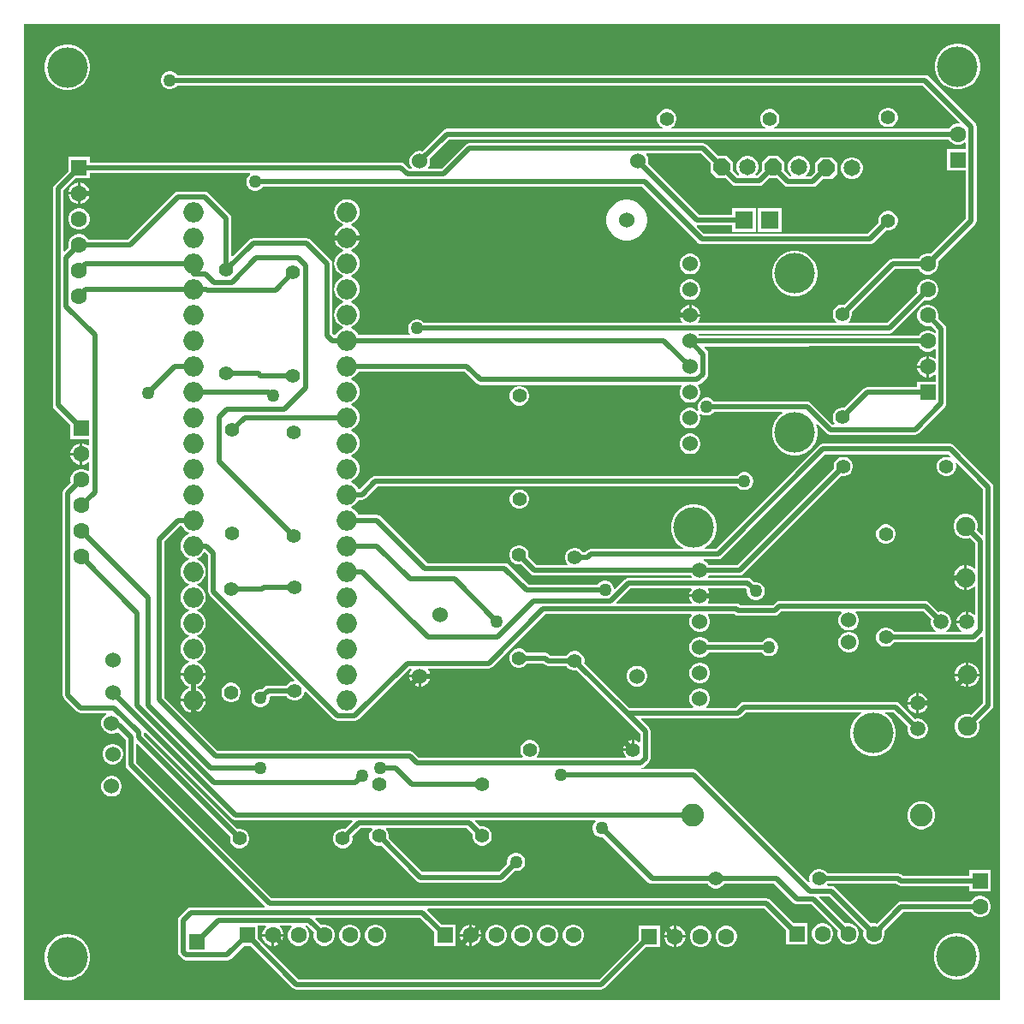
<source format=gbl>
G04*
G04 #@! TF.GenerationSoftware,Altium Limited,Altium Designer,21.9.2 (33)*
G04*
G04 Layer_Physical_Order=2*
G04 Layer_Color=16711680*
%FSTAX24Y24*%
%MOIN*%
G70*
G04*
G04 #@! TF.SameCoordinates,B016B879-35A3-4FB3-9991-AC620A3742E7*
G04*
G04*
G04 #@! TF.FilePolarity,Positive*
G04*
G01*
G75*
%ADD19C,0.0197*%
%ADD37R,0.0709X0.0709*%
%ADD38P,0.0704X8X22.5*%
%ADD39C,0.0650*%
%ADD40C,0.0551*%
%ADD41C,0.0600*%
%ADD42C,0.0886*%
%ADD43C,0.0630*%
%ADD44R,0.0630X0.0630*%
%ADD45C,0.0591*%
%ADD46O,0.0787X0.0787*%
%ADD47C,0.0750*%
%ADD48R,0.0630X0.0630*%
%ADD49C,0.1575*%
%ADD50C,0.0500*%
G36*
X076189Y013205D02*
X038205D01*
Y051189D01*
X076189D01*
Y013205D01*
D02*
G37*
%LPC*%
G36*
X074623Y050415D02*
X074448D01*
X074277Y050381D01*
X074115Y050314D01*
X07397Y050217D01*
X073846Y050093D01*
X073749Y049948D01*
X073682Y049786D01*
X073648Y049615D01*
Y04944D01*
X073682Y049269D01*
X073749Y049107D01*
X073846Y048962D01*
X07397Y048838D01*
X074115Y048741D01*
X074277Y048674D01*
X074448Y04864D01*
X074623D01*
X074794Y048674D01*
X074956Y048741D01*
X075101Y048838D01*
X075225Y048962D01*
X075322Y049107D01*
X075389Y049269D01*
X075423Y04944D01*
Y049615D01*
X075389Y049786D01*
X075322Y049948D01*
X075225Y050093D01*
X075101Y050217D01*
X074956Y050314D01*
X074794Y050381D01*
X074623Y050415D01*
D02*
G37*
G36*
X039969Y050391D02*
X039794D01*
X039623Y050357D01*
X039462Y05029D01*
X039316Y050193D01*
X039193Y05007D01*
X039095Y049924D01*
X039029Y049763D01*
X038995Y049591D01*
Y049417D01*
X039029Y049245D01*
X039095Y049084D01*
X039193Y048938D01*
X039316Y048815D01*
X039462Y048718D01*
X039623Y048651D01*
X039794Y048617D01*
X039969D01*
X040141Y048651D01*
X040302Y048718D01*
X040448Y048815D01*
X040571Y048938D01*
X040668Y049084D01*
X040735Y049245D01*
X040769Y049417D01*
Y049591D01*
X040735Y049763D01*
X040668Y049924D01*
X040571Y05007D01*
X040448Y050193D01*
X040302Y05029D01*
X040141Y050357D01*
X039969Y050391D01*
D02*
G37*
G36*
X071884Y047927D02*
X071785D01*
X07169Y047901D01*
X071604Y047852D01*
X071534Y047782D01*
X071485Y047696D01*
X071459Y047601D01*
Y047502D01*
X071485Y047406D01*
X071534Y047321D01*
X071604Y047251D01*
X07169Y047201D01*
X071785Y047176D01*
X071884D01*
X07198Y047201D01*
X072065Y047251D01*
X072135Y047321D01*
X072185Y047406D01*
X07221Y047502D01*
Y047601D01*
X072185Y047696D01*
X072135Y047782D01*
X072065Y047852D01*
X07198Y047901D01*
X071884Y047927D01*
D02*
G37*
G36*
X043916Y04935D02*
X043824D01*
X043735Y049326D01*
X043655Y04928D01*
X04359Y049215D01*
X043544Y049135D01*
X04352Y049046D01*
Y048954D01*
X043544Y048865D01*
X04359Y048785D01*
X043655Y04872D01*
X043735Y048674D01*
X043824Y04865D01*
X043916D01*
X044005Y048674D01*
X044085Y04872D01*
X04415Y048785D01*
X044157Y048798D01*
X073186D01*
X074619Y047365D01*
X074593Y04732D01*
X074497D01*
X074391Y047292D01*
X074296Y047238D01*
X074219Y04716D01*
X074189Y047108D01*
X067407D01*
X067394Y047158D01*
X067459Y047196D01*
X067529Y047265D01*
X067578Y047351D01*
X067604Y047447D01*
Y047546D01*
X067578Y047641D01*
X067529Y047727D01*
X067459Y047797D01*
X067373Y047846D01*
X067278Y047872D01*
X067179D01*
X067083Y047846D01*
X066998Y047797D01*
X066928Y047727D01*
X066878Y047641D01*
X066853Y047546D01*
Y047447D01*
X066878Y047351D01*
X066928Y047265D01*
X066998Y047196D01*
X067063Y047158D01*
X06705Y047108D01*
X063391D01*
X063378Y047158D01*
X063443Y047196D01*
X063513Y047265D01*
X063563Y047351D01*
X063588Y047447D01*
Y047546D01*
X063563Y047641D01*
X063513Y047727D01*
X063443Y047797D01*
X063358Y047846D01*
X063262Y047872D01*
X063163D01*
X063068Y047846D01*
X062982Y047797D01*
X062912Y047727D01*
X062863Y047641D01*
X062837Y047546D01*
Y047447D01*
X062863Y047351D01*
X062912Y047265D01*
X062982Y047196D01*
X063047Y047158D01*
X063034Y047108D01*
X054658D01*
X05458Y047092D01*
X054515Y047049D01*
X053704Y046238D01*
X053656Y046251D01*
X053551D01*
X053449Y046224D01*
X053358Y046171D01*
X053283Y046097D01*
X053231Y046006D01*
X053204Y045904D01*
Y045799D01*
X053231Y045697D01*
X053283Y045606D01*
X053291Y045599D01*
X053271Y045552D01*
X053194D01*
X053005Y045741D01*
X052939Y045785D01*
X052862Y0458D01*
X040749D01*
Y046013D01*
X039919D01*
Y045469D01*
X039381Y044931D01*
X039337Y044865D01*
X039321Y044788D01*
Y036343D01*
X039337Y036265D01*
X039381Y0362D01*
X040002Y035578D01*
Y035034D01*
X040738D01*
Y034781D01*
X040691Y034762D01*
X040672Y034781D01*
X040578Y034836D01*
X040472Y034864D01*
X040467D01*
Y034449D01*
Y034034D01*
X040472D01*
X040578Y034062D01*
X040672Y034117D01*
X040691Y034136D01*
X040738Y034117D01*
Y033781D01*
X040691Y033762D01*
X040672Y033781D01*
X040578Y033836D01*
X040472Y033864D01*
X040363D01*
X040257Y033836D01*
X040163Y033781D01*
X040085Y033704D01*
X040031Y033609D01*
X040002Y033503D01*
Y033394D01*
X040018Y033336D01*
X039757Y033075D01*
X039713Y033009D01*
X039698Y032931D01*
Y025061D01*
X039713Y024983D01*
X039757Y024918D01*
X040257Y024418D01*
X040323Y024374D01*
X0404Y024358D01*
X041387D01*
X041401Y024308D01*
X041353Y024281D01*
X041278Y024206D01*
X041226Y024115D01*
X041198Y024013D01*
Y023908D01*
X041226Y023806D01*
X041278Y023715D01*
X041353Y023641D01*
X041444Y023588D01*
X041546Y023561D01*
X041651D01*
X041753Y023588D01*
X04184Y023638D01*
X042149Y023329D01*
Y022345D01*
X042164Y022267D01*
X042208Y022202D01*
X047568Y016842D01*
X047547Y016792D01*
X04468D01*
X044603Y016777D01*
X044537Y016733D01*
X044247Y016443D01*
X044203Y016377D01*
X044188Y0163D01*
Y01505D01*
X044203Y014973D01*
X044247Y014907D01*
X044357Y014797D01*
X044423Y014753D01*
X0445Y014738D01*
X0461D01*
X046177Y014753D01*
X046243Y014797D01*
X046748Y015302D01*
X047005D01*
X04865Y013657D01*
X048715Y013613D01*
X048793Y013598D01*
X06066D01*
X060737Y013613D01*
X060803Y013657D01*
X062398Y015252D01*
X062941D01*
Y016081D01*
X062111D01*
Y015538D01*
X060576Y014002D01*
X048877D01*
X047291Y015588D01*
Y016091D01*
X047603D01*
X047614Y016041D01*
X047544Y015971D01*
X04749Y015877D01*
X047461Y015771D01*
Y015767D01*
X048291D01*
Y015771D01*
X048263Y015877D01*
X048208Y015971D01*
X048139Y016041D01*
X04815Y016091D01*
X048603D01*
X048614Y016041D01*
X048544Y015971D01*
X04849Y015877D01*
X048461Y015771D01*
Y015662D01*
X04849Y015556D01*
X048544Y015462D01*
X048622Y015384D01*
X048716Y01533D01*
X048822Y015302D01*
X048931D01*
X049037Y01533D01*
X049131Y015384D01*
X049208Y015462D01*
X049263Y015556D01*
X049291Y015662D01*
Y015771D01*
X049263Y015877D01*
X049208Y015971D01*
X049139Y016041D01*
X04915Y016091D01*
X049216D01*
X049477Y01583D01*
X049461Y015771D01*
Y015662D01*
X04949Y015556D01*
X049544Y015462D01*
X049622Y015384D01*
X049716Y01533D01*
X049822Y015302D01*
X049931D01*
X050037Y01533D01*
X050131Y015384D01*
X050208Y015462D01*
X050263Y015556D01*
X050291Y015662D01*
Y015771D01*
X050263Y015877D01*
X050208Y015971D01*
X050131Y016049D01*
X050037Y016103D01*
X049931Y016131D01*
X049822D01*
X049763Y016116D01*
X049538Y016341D01*
X049557Y016388D01*
X053619D01*
X054161Y015845D01*
Y015302D01*
X054991D01*
Y016131D01*
X054448D01*
X053888Y016691D01*
X053908Y016741D01*
X067015D01*
X067861Y015895D01*
Y015352D01*
X068691D01*
Y016181D01*
X068148D01*
X067242Y017087D01*
X067177Y017131D01*
X067099Y017146D01*
X047836D01*
X042554Y022428D01*
Y023158D01*
X0426Y023177D01*
X046216Y019561D01*
X046207Y01953D01*
Y019431D01*
X046233Y019335D01*
X046282Y01925D01*
X046352Y01918D01*
X046438Y01913D01*
X046533Y019105D01*
X046632D01*
X046728Y01913D01*
X046813Y01918D01*
X046883Y01925D01*
X046933Y019335D01*
X046958Y019431D01*
Y01953D01*
X046933Y019625D01*
X046883Y019711D01*
X046813Y019781D01*
X046728Y01983D01*
X046632Y019856D01*
X046533D01*
X046502Y019847D01*
X04285Y023499D01*
Y023602D01*
X042896Y023627D01*
X046272Y020251D01*
X046338Y020207D01*
X046415Y020191D01*
X050958D01*
X050977Y020145D01*
X050679Y019847D01*
X050648Y019856D01*
X050549D01*
X050453Y01983D01*
X050368Y019781D01*
X050298Y019711D01*
X050248Y019625D01*
X050223Y01953D01*
Y019431D01*
X050248Y019335D01*
X050298Y01925D01*
X050368Y01918D01*
X050453Y01913D01*
X050549Y019105D01*
X050648D01*
X050743Y01913D01*
X050829Y01918D01*
X050899Y01925D01*
X050948Y019335D01*
X050974Y019431D01*
Y01953D01*
X050966Y019561D01*
X051292Y019888D01*
X051719D01*
X05174Y019838D01*
X051707Y019805D01*
X051658Y01972D01*
X051632Y019624D01*
Y019525D01*
X051658Y01943D01*
X051707Y019344D01*
X051777Y019274D01*
X051863Y019225D01*
X051958Y019199D01*
X052057D01*
X052089Y019208D01*
X05347Y017827D01*
X053535Y017783D01*
X053613Y017768D01*
X056757D01*
X056835Y017783D01*
X0569Y017827D01*
X057286Y018213D01*
X0573Y018209D01*
X057393D01*
X057482Y018233D01*
X057561Y018279D01*
X057627Y018344D01*
X057673Y018424D01*
X057696Y018513D01*
Y018605D01*
X057673Y018694D01*
X057627Y018774D01*
X057561Y018839D01*
X057482Y018885D01*
X057393Y018909D01*
X0573D01*
X057211Y018885D01*
X057132Y018839D01*
X057066Y018774D01*
X05702Y018694D01*
X056996Y018605D01*
Y018513D01*
X057Y018499D01*
X056674Y018172D01*
X053696D01*
X052375Y019494D01*
X052383Y019525D01*
Y019624D01*
X052358Y01972D01*
X052308Y019805D01*
X052276Y019838D01*
X052297Y019888D01*
X055425D01*
X055656Y019656D01*
X055648Y019624D01*
Y019525D01*
X055674Y01943D01*
X055723Y019344D01*
X055793Y019274D01*
X055879Y019225D01*
X055974Y019199D01*
X056073D01*
X056169Y019225D01*
X056254Y019274D01*
X056324Y019344D01*
X056374Y01943D01*
X056399Y019525D01*
Y019624D01*
X056374Y01972D01*
X056324Y019805D01*
X056254Y019875D01*
X056169Y019925D01*
X056073Y01995D01*
X055974D01*
X055943Y019942D01*
X055739Y020145D01*
X055758Y020191D01*
X060424D01*
X060445Y020141D01*
X060398Y020095D01*
X060352Y020015D01*
X060328Y019926D01*
Y019834D01*
X060352Y019745D01*
X060398Y019665D01*
X060463Y0196D01*
X060543Y019554D01*
X060632Y01953D01*
X060724D01*
X060738Y019534D01*
X062502Y01777D01*
X062567Y017726D01*
X062645Y017711D01*
X064809D01*
X064825Y017683D01*
X064895Y017613D01*
X064981Y017563D01*
X065077Y017538D01*
X065175D01*
X065271Y017563D01*
X065357Y017613D01*
X065427Y017683D01*
X065443Y017711D01*
X0674D01*
X06814Y016971D01*
X068206Y016927D01*
X068283Y016912D01*
X068845D01*
X069877Y01588D01*
X069861Y015821D01*
Y015712D01*
X06989Y015606D01*
X069944Y015512D01*
X070022Y015434D01*
X070116Y01538D01*
X070222Y015352D01*
X070331D01*
X070437Y01538D01*
X070531Y015434D01*
X070608Y015512D01*
X070663Y015606D01*
X070691Y015712D01*
Y015821D01*
X070663Y015927D01*
X070608Y016021D01*
X070531Y016099D01*
X070437Y016153D01*
X070331Y016181D01*
X070222D01*
X070163Y016166D01*
X069148Y017181D01*
X069167Y017228D01*
X069529D01*
X070877Y01588D01*
X070861Y015821D01*
Y015712D01*
X07089Y015606D01*
X070944Y015512D01*
X071022Y015434D01*
X071116Y01538D01*
X071222Y015352D01*
X071331D01*
X071437Y01538D01*
X071531Y015434D01*
X071608Y015512D01*
X071663Y015606D01*
X071691Y015712D01*
Y015821D01*
X071676Y01588D01*
X07242Y016624D01*
X075047D01*
X075077Y016572D01*
X075155Y016495D01*
X075249Y01644D01*
X075355Y016412D01*
X075464D01*
X07557Y01644D01*
X075664Y016495D01*
X075741Y016572D01*
X075796Y016667D01*
X075824Y016772D01*
Y016881D01*
X075796Y016987D01*
X075741Y017082D01*
X075664Y017159D01*
X07557Y017213D01*
X075464Y017242D01*
X075355D01*
X075249Y017213D01*
X075155Y017159D01*
X075077Y017082D01*
X075047Y017029D01*
X072337D01*
X072259Y017014D01*
X072194Y01697D01*
X07139Y016166D01*
X071331Y016181D01*
X071222D01*
X071163Y016166D01*
X069756Y017573D01*
X06969Y017617D01*
X069613Y017632D01*
X069472D01*
X06945Y017679D01*
X069471Y017711D01*
X072146D01*
X072174Y017684D01*
X072239Y01764D01*
X072317Y017624D01*
X074994D01*
Y017412D01*
X075824D01*
Y018242D01*
X074994D01*
Y018029D01*
X0724D01*
X072373Y018056D01*
X072307Y0181D01*
X07223Y018116D01*
X069459D01*
X069442Y018144D01*
X069372Y018214D01*
X069287Y018263D01*
X069191Y018289D01*
X069092D01*
X068997Y018263D01*
X068911Y018214D01*
X068841Y018144D01*
X068792Y018058D01*
X068766Y017963D01*
Y017864D01*
X068782Y017805D01*
X068737Y017779D01*
X064403Y022113D01*
X064337Y022157D01*
X06426Y022172D01*
X062228D01*
X062223Y022222D01*
X062277Y022233D01*
X062343Y022277D01*
X062523Y022457D01*
X062567Y022523D01*
X062582Y0226D01*
Y023651D01*
X062567Y023729D01*
X062523Y023795D01*
X062206Y024111D01*
X062225Y024158D01*
X06599D01*
X066067Y024173D01*
X066133Y024217D01*
X066314Y024398D01*
X070782D01*
X070797Y024348D01*
X070684Y024272D01*
X07056Y024149D01*
X070463Y024003D01*
X070396Y023842D01*
X070362Y02367D01*
Y023496D01*
X070396Y023324D01*
X070463Y023163D01*
X07056Y023017D01*
X070684Y022894D01*
X070829Y022797D01*
X070991Y02273D01*
X071162Y022696D01*
X071337D01*
X071509Y02273D01*
X07167Y022797D01*
X071815Y022894D01*
X071939Y023017D01*
X072036Y023163D01*
X072103Y023324D01*
X072137Y023496D01*
Y02367D01*
X072103Y023842D01*
X072036Y024003D01*
X071939Y024149D01*
X071815Y024272D01*
X071703Y024348D01*
X071718Y024398D01*
X072045D01*
X072601Y023841D01*
X072589Y023796D01*
Y023692D01*
X072616Y023592D01*
X072668Y023501D01*
X072742Y023428D01*
X072832Y023376D01*
X072932Y023349D01*
X073036D01*
X073137Y023376D01*
X073227Y023428D01*
X073301Y023501D01*
X073353Y023592D01*
X07338Y023692D01*
Y023796D01*
X073353Y023897D01*
X073301Y023987D01*
X073227Y02406D01*
X073137Y024112D01*
X073036Y024139D01*
X072932D01*
X072887Y024127D01*
X072271Y024743D01*
X072206Y024787D01*
X072128Y024802D01*
X06623D01*
X066153Y024787D01*
X066087Y024743D01*
X065906Y024562D01*
X064766D01*
X064751Y024612D01*
X064815Y024676D01*
X064868Y024768D01*
X064895Y024869D01*
Y024975D01*
X064868Y025076D01*
X064815Y025168D01*
X064741Y025242D01*
X06465Y025295D01*
X064548Y025322D01*
X064443D01*
X064341Y025295D01*
X06425Y025242D01*
X064175Y025168D01*
X064123Y025076D01*
X064095Y024975D01*
Y024869D01*
X064123Y024768D01*
X064175Y024676D01*
X064239Y024612D01*
X064225Y024562D01*
X061755D01*
X059997Y026321D01*
X060006Y026352D01*
Y026451D01*
X05998Y026547D01*
X05993Y026632D01*
X059861Y026702D01*
X059775Y026752D01*
X059679Y026777D01*
X05958D01*
X059485Y026752D01*
X059399Y026702D01*
X059329Y026632D01*
X059313Y026604D01*
X058676D01*
X058633Y026647D01*
X058567Y026691D01*
X05849Y026706D01*
X057774D01*
X057757Y026735D01*
X057687Y026804D01*
X057602Y026854D01*
X057506Y02688D01*
X057407D01*
X057312Y026854D01*
X057226Y026804D01*
X057156Y026735D01*
X057107Y026649D01*
X057081Y026553D01*
Y026454D01*
X057107Y026359D01*
X057156Y026273D01*
X057226Y026203D01*
X057312Y026154D01*
X057407Y026128D01*
X057506D01*
X057602Y026154D01*
X057687Y026203D01*
X057757Y026273D01*
X057774Y026302D01*
X058406D01*
X058449Y026259D01*
X058515Y026215D01*
X058592Y026199D01*
X059313D01*
X059329Y026171D01*
X059399Y026101D01*
X059485Y026052D01*
X05958Y026026D01*
X059679D01*
X059711Y026034D01*
X061528Y024217D01*
X062178Y023568D01*
Y023253D01*
X062131Y023234D01*
X062128Y023238D01*
X062043Y023287D01*
X061948Y023312D01*
Y022937D01*
X061898D01*
Y022887D01*
X061522D01*
X061548Y022792D01*
X061597Y022706D01*
X061631Y022672D01*
X06161Y022622D01*
X058169D01*
X058148Y022672D01*
X058182Y022706D01*
X058232Y022792D01*
X058257Y022888D01*
Y022986D01*
X058232Y023082D01*
X058182Y023168D01*
X058113Y023238D01*
X058027Y023287D01*
X057931Y023313D01*
X057832D01*
X057737Y023287D01*
X057651Y023238D01*
X057581Y023168D01*
X057532Y023082D01*
X057506Y022986D01*
Y022888D01*
X057532Y022792D01*
X057581Y022706D01*
X057615Y022672D01*
X057595Y022622D01*
X053564D01*
X053365Y022822D01*
X053299Y022865D01*
X053222Y022881D01*
X045725D01*
X043642Y024964D01*
Y031042D01*
X044264Y031664D01*
X044321D01*
X04434Y031617D01*
X04442Y031514D01*
X044523Y031435D01*
X044623Y031393D01*
Y031339D01*
X044523Y031297D01*
X04442Y031218D01*
X04434Y031115D01*
X044291Y030995D01*
X044274Y030866D01*
X044291Y030737D01*
X04434Y030617D01*
X04442Y030514D01*
X044523Y030435D01*
X044623Y030393D01*
Y030339D01*
X044523Y030297D01*
X04442Y030218D01*
X04434Y030115D01*
X044291Y029995D01*
X044274Y029866D01*
X044291Y029737D01*
X04434Y029617D01*
X04442Y029514D01*
X044523Y029435D01*
X044623Y029393D01*
Y029339D01*
X044523Y029297D01*
X04442Y029218D01*
X04434Y029115D01*
X044291Y028995D01*
X044274Y028866D01*
X044291Y028737D01*
X04434Y028617D01*
X04442Y028514D01*
X044523Y028435D01*
X044623Y028393D01*
Y028339D01*
X044523Y028297D01*
X04442Y028218D01*
X04434Y028115D01*
X044291Y027995D01*
X044274Y027866D01*
X044291Y027737D01*
X04434Y027617D01*
X04442Y027514D01*
X044523Y027435D01*
X044623Y027393D01*
Y027339D01*
X044523Y027297D01*
X04442Y027218D01*
X04434Y027115D01*
X044291Y026995D01*
X044274Y026866D01*
X044291Y026737D01*
X04434Y026617D01*
X04442Y026514D01*
X044523Y026435D01*
X044623Y026393D01*
Y026339D01*
X044523Y026297D01*
X04442Y026218D01*
X04434Y026115D01*
X044291Y025995D01*
X04428Y025916D01*
X044772D01*
X045263D01*
X045253Y025995D01*
X045203Y026115D01*
X045124Y026218D01*
X045021Y026297D01*
X04492Y026339D01*
Y026393D01*
X045021Y026435D01*
X045124Y026514D01*
X045203Y026617D01*
X045253Y026737D01*
X04527Y026866D01*
X045253Y026995D01*
X045203Y027115D01*
X045124Y027218D01*
X045021Y027297D01*
X04492Y027339D01*
Y027393D01*
X045021Y027435D01*
X045124Y027514D01*
X045203Y027617D01*
X045253Y027737D01*
X04527Y027866D01*
X045253Y027995D01*
X045203Y028115D01*
X045124Y028218D01*
X045021Y028297D01*
X04492Y028339D01*
Y028393D01*
X045021Y028435D01*
X045124Y028514D01*
X045203Y028617D01*
X045253Y028737D01*
X04527Y028866D01*
X045253Y028995D01*
X045203Y029115D01*
X045124Y029218D01*
X045021Y029297D01*
X04492Y029339D01*
Y029393D01*
X045021Y029435D01*
X045124Y029514D01*
X045203Y029617D01*
X045253Y029737D01*
X04527Y029866D01*
X045253Y029995D01*
X045203Y030115D01*
X045124Y030218D01*
X045021Y030297D01*
X04492Y030339D01*
Y030393D01*
X045021Y030435D01*
X045124Y030514D01*
X045196Y030608D01*
X045252Y030622D01*
X045358Y030516D01*
Y0291D01*
X045373Y029023D01*
X045417Y028957D01*
X048724Y02565D01*
X048705Y025604D01*
X048683D01*
X048587Y025578D01*
X048502Y025529D01*
X048432Y025459D01*
X048415Y025431D01*
X047678D01*
X047601Y025415D01*
X047535Y025371D01*
X04745Y025286D01*
X047436Y02529D01*
X047344D01*
X047255Y025266D01*
X047175Y02522D01*
X04711Y025155D01*
X047064Y025075D01*
X04704Y024986D01*
Y024894D01*
X047064Y024805D01*
X04711Y024725D01*
X047175Y02466D01*
X047255Y024614D01*
X047344Y02459D01*
X047436D01*
X047525Y024614D01*
X047605Y02466D01*
X04767Y024725D01*
X047716Y024805D01*
X04774Y024894D01*
Y024986D01*
X047775Y025026D01*
X048415D01*
X048432Y024998D01*
X048502Y024928D01*
X048587Y024878D01*
X048683Y024853D01*
X048782D01*
X048877Y024878D01*
X048963Y024928D01*
X049033Y024998D01*
X049082Y025083D01*
X049108Y025179D01*
Y025201D01*
X049154Y02522D01*
X050257Y024117D01*
X050323Y024073D01*
X0504Y024058D01*
X05107D01*
X051147Y024073D01*
X051213Y024117D01*
X053194Y026098D01*
X053269D01*
X053288Y026051D01*
X053283Y026047D01*
X053231Y025956D01*
X053204Y025854D01*
Y025851D01*
X053604D01*
X054004D01*
Y025854D01*
X053976Y025956D01*
X053924Y026047D01*
X053919Y026051D01*
X053938Y026098D01*
X05628D01*
X056357Y026113D01*
X056423Y026157D01*
X058478Y028212D01*
X061331D01*
X06136Y028218D01*
X06416D01*
X06418Y028172D01*
X064175Y028168D01*
X064123Y028076D01*
X064095Y027975D01*
Y027869D01*
X064123Y027768D01*
X064175Y027676D01*
X06425Y027602D01*
X064341Y027549D01*
X064443Y027522D01*
X064548D01*
X06465Y027549D01*
X064741Y027602D01*
X064815Y027676D01*
X064868Y027768D01*
X064895Y027869D01*
Y027975D01*
X064868Y028076D01*
X064815Y028168D01*
X064811Y028172D01*
X06483Y028218D01*
X065849D01*
X065855Y028213D01*
X06592Y028169D01*
X065998Y028154D01*
X067424D01*
X067501Y028169D01*
X067567Y028213D01*
X067672Y028318D01*
X070005D01*
X070025Y028268D01*
X069975Y028218D01*
X069923Y028126D01*
X069895Y028025D01*
Y027919D01*
X069923Y027818D01*
X069975Y027726D01*
X07005Y027652D01*
X070141Y027599D01*
X070243Y027572D01*
X070348D01*
X07045Y027599D01*
X070541Y027652D01*
X070615Y027726D01*
X070668Y027818D01*
X070695Y027919D01*
Y028025D01*
X070668Y028126D01*
X070615Y028218D01*
X070565Y028268D01*
X070586Y028318D01*
X073203D01*
X07351Y02801D01*
X073498Y027965D01*
Y027861D01*
X073525Y027761D01*
X073577Y027671D01*
X073651Y027597D01*
X073703Y027567D01*
X073689Y027517D01*
X072057D01*
X072041Y027546D01*
X071971Y027616D01*
X071885Y027665D01*
X07179Y027691D01*
X071691D01*
X071595Y027665D01*
X07151Y027616D01*
X07144Y027546D01*
X07139Y02746D01*
X071365Y027364D01*
Y027266D01*
X07139Y02717D01*
X07144Y027084D01*
X07151Y027014D01*
X071595Y026965D01*
X071691Y026939D01*
X07179D01*
X071885Y026965D01*
X071971Y027014D01*
X072041Y027084D01*
X072057Y027113D01*
X075155D01*
X075232Y027128D01*
X075298Y027172D01*
X075481Y027355D01*
X075528Y027336D01*
Y024751D01*
X075076Y024299D01*
X074976Y024325D01*
X074851D01*
X07473Y024293D01*
X074622Y02423D01*
X074533Y024142D01*
X074471Y024034D01*
X074438Y023913D01*
Y023788D01*
X074471Y023667D01*
X074533Y023559D01*
X074622Y02347D01*
X07473Y023408D01*
X074851Y023375D01*
X074976D01*
X075097Y023408D01*
X075205Y02347D01*
X075293Y023559D01*
X075356Y023667D01*
X075388Y023788D01*
Y023913D01*
X075362Y024013D01*
X075873Y024524D01*
X075917Y02459D01*
X075932Y024667D01*
Y03316D01*
X075917Y033237D01*
X075873Y033303D01*
X074393Y034783D01*
X074327Y034827D01*
X07425Y034842D01*
X0693D01*
X069223Y034827D01*
X069157Y034783D01*
X065126Y030752D01*
X064683D01*
X064673Y030801D01*
X06468Y030804D01*
X064826Y030901D01*
X064949Y031025D01*
X065046Y03117D01*
X065113Y031332D01*
X065147Y031503D01*
Y031678D01*
X065113Y031849D01*
X065046Y032011D01*
X064949Y032156D01*
X064826Y03228D01*
X06468Y032377D01*
X064519Y032444D01*
X064347Y032478D01*
X064172D01*
X064001Y032444D01*
X06384Y032377D01*
X063694Y03228D01*
X063571Y032156D01*
X063473Y032011D01*
X063407Y031849D01*
X063372Y031678D01*
Y031503D01*
X063407Y031332D01*
X063473Y03117D01*
X063571Y031025D01*
X063694Y030901D01*
X06384Y030804D01*
X063846Y030801D01*
X063836Y030752D01*
X060253D01*
X060175Y030737D01*
X06011Y030693D01*
X060036Y03062D01*
X059947D01*
X05993Y030648D01*
X059861Y030718D01*
X059775Y030767D01*
X059679Y030793D01*
X05958D01*
X059485Y030767D01*
X059399Y030718D01*
X059329Y030648D01*
X05928Y030562D01*
X059254Y030467D01*
Y030368D01*
X05928Y030272D01*
X059329Y030187D01*
X059346Y030171D01*
X059326Y030124D01*
X058138D01*
X057824Y030439D01*
X057832Y03047D01*
Y030569D01*
X057807Y030665D01*
X057757Y03075D01*
X057687Y03082D01*
X057602Y03087D01*
X057506Y030895D01*
X057407D01*
X057312Y03087D01*
X057226Y03082D01*
X057156Y03075D01*
X057107Y030665D01*
X057081Y030569D01*
Y03047D01*
X057107Y030375D01*
X057156Y030289D01*
X057226Y030219D01*
X057312Y03017D01*
X057407Y030144D01*
X057506D01*
X057538Y030153D01*
X057911Y029779D01*
X057977Y029735D01*
X058054Y02972D01*
X06415D01*
X064175Y029676D01*
X064183Y029669D01*
X064164Y029623D01*
X06172D01*
X061643Y029607D01*
X061577Y029564D01*
X061205Y029191D01*
X061158Y029215D01*
X061136Y029295D01*
X06109Y029375D01*
X061025Y02944D01*
X060945Y029486D01*
X060856Y02951D01*
X060764D01*
X060675Y029486D01*
X060595Y02944D01*
X06053Y029375D01*
X060523Y029362D01*
X057824D01*
X057043Y030143D01*
X056977Y030187D01*
X0569Y030202D01*
X053884D01*
X052073Y032013D01*
X052007Y032057D01*
X05193Y032073D01*
X051212D01*
X051193Y032119D01*
X051114Y032223D01*
X051011Y032302D01*
X05091Y032343D01*
Y032397D01*
X051011Y032439D01*
X051114Y032518D01*
X051193Y032621D01*
X051212Y032668D01*
X05135D01*
X051427Y032684D01*
X051493Y032727D01*
X051953Y033188D01*
X065943D01*
X06595Y033175D01*
X066015Y03311D01*
X066095Y033064D01*
X066184Y03304D01*
X066276D01*
X066365Y033064D01*
X066445Y03311D01*
X06651Y033175D01*
X066556Y033255D01*
X06658Y033344D01*
Y033436D01*
X066556Y033525D01*
X06651Y033605D01*
X066445Y03367D01*
X066365Y033716D01*
X066276Y03374D01*
X066184D01*
X066095Y033716D01*
X066015Y03367D01*
X06595Y033605D01*
X065943Y033592D01*
X05187D01*
X051792Y033577D01*
X051727Y033533D01*
X051266Y033073D01*
X051212D01*
X051193Y033119D01*
X051114Y033223D01*
X051011Y033302D01*
X05091Y033343D01*
Y033397D01*
X051011Y033439D01*
X051114Y033518D01*
X051193Y033621D01*
X051243Y033742D01*
X05126Y03387D01*
X051243Y033999D01*
X051193Y034119D01*
X051114Y034223D01*
X051011Y034302D01*
X05091Y034343D01*
Y034397D01*
X051011Y034439D01*
X051114Y034518D01*
X051193Y034621D01*
X051243Y034742D01*
X05126Y03487D01*
X051243Y034999D01*
X051193Y035119D01*
X051114Y035223D01*
X051011Y035302D01*
X05091Y035343D01*
Y035397D01*
X051011Y035439D01*
X051114Y035518D01*
X051193Y035621D01*
X051243Y035742D01*
X05126Y03587D01*
X051243Y035999D01*
X051193Y036119D01*
X051114Y036223D01*
X051011Y036302D01*
X05091Y036343D01*
Y036397D01*
X051011Y036439D01*
X051114Y036518D01*
X051193Y036621D01*
X051243Y036742D01*
X05126Y03687D01*
X051243Y036999D01*
X051193Y037119D01*
X051114Y037223D01*
X051011Y037302D01*
X05091Y037343D01*
Y037397D01*
X051011Y037439D01*
X051114Y037518D01*
X051193Y037621D01*
X051212Y037668D01*
X055336D01*
X055807Y037197D01*
X055873Y037153D01*
X05595Y037138D01*
X063789D01*
X063808Y037091D01*
X063803Y037086D01*
X06375Y036995D01*
X063723Y036893D01*
Y036788D01*
X06375Y036686D01*
X063803Y036595D01*
X063877Y03652D01*
X063968Y036468D01*
X06407Y036441D01*
X064176D01*
X064277Y036468D01*
X064368Y03652D01*
X064443Y036595D01*
X064496Y036686D01*
X064523Y036788D01*
Y036893D01*
X064496Y036995D01*
X064443Y037086D01*
X064435Y037094D01*
X064452Y037148D01*
X064477Y037153D01*
X064543Y037197D01*
X064773Y037427D01*
X064817Y037493D01*
X064832Y03757D01*
Y038333D01*
X064817Y038411D01*
X064773Y038476D01*
X064657Y038592D01*
X064677Y038638D01*
X06874D01*
X06875Y03864D01*
X073016D01*
X073046Y038588D01*
X073123Y03851D01*
X073218Y038456D01*
X073323Y038428D01*
X073433D01*
X073538Y038456D01*
X073633Y03851D01*
X073651Y038529D01*
X073698Y03851D01*
Y038175D01*
X073651Y038156D01*
X073633Y038175D01*
X073538Y038229D01*
X073433Y038257D01*
X073428D01*
Y037843D01*
Y037428D01*
X073433D01*
X073538Y037456D01*
X073633Y03751D01*
X073651Y037529D01*
X073698Y03751D01*
Y037257D01*
X072963D01*
Y037045D01*
X071024D01*
X070946Y037029D01*
X070881Y036986D01*
X070136Y036241D01*
X070105Y03625D01*
X070006D01*
X06991Y036224D01*
X069825Y036175D01*
X069755Y036105D01*
X069705Y036019D01*
X06968Y035923D01*
Y035825D01*
X069705Y035729D01*
X069749Y035652D01*
X069732Y035602D01*
X069664D01*
X068833Y036433D01*
X068767Y036477D01*
X06869Y036492D01*
X065057D01*
X06505Y036505D01*
X064985Y03657D01*
X064905Y036616D01*
X064816Y03664D01*
X064724D01*
X064635Y036616D01*
X064555Y03657D01*
X06449Y036505D01*
X064444Y036425D01*
X06442Y036336D01*
Y036244D01*
X064444Y036155D01*
X064402Y036127D01*
X064368Y036161D01*
X064277Y036213D01*
X064176Y036241D01*
X06407D01*
X063968Y036213D01*
X063877Y036161D01*
X063803Y036086D01*
X06375Y035995D01*
X063723Y035893D01*
Y035788D01*
X06375Y035686D01*
X063803Y035595D01*
X063877Y03552D01*
X063968Y035468D01*
X06407Y035441D01*
X064176D01*
X064277Y035468D01*
X064368Y03552D01*
X064443Y035595D01*
X064496Y035686D01*
X064523Y035788D01*
Y035893D01*
X064496Y035995D01*
X06449Y036004D01*
X06453Y036035D01*
X064555Y03601D01*
X064635Y035964D01*
X064724Y03594D01*
X064816D01*
X064905Y035964D01*
X064985Y03601D01*
X06505Y036075D01*
X065057Y036088D01*
X067701D01*
X067717Y036038D01*
X067631Y035981D01*
X067508Y035857D01*
X06741Y035712D01*
X067344Y03555D01*
X067309Y035379D01*
Y035204D01*
X067344Y035032D01*
X06741Y034871D01*
X067508Y034726D01*
X067631Y034602D01*
X067777Y034505D01*
X067938Y034438D01*
X068109Y034404D01*
X068284D01*
X068456Y034438D01*
X068617Y034505D01*
X068763Y034602D01*
X068886Y034726D01*
X068983Y034871D01*
X06905Y035032D01*
X069084Y035204D01*
Y035379D01*
X06905Y03555D01*
X069033Y035591D01*
X069075Y035619D01*
X069437Y035257D01*
X069503Y035213D01*
X06958Y035198D01*
X07288D01*
X072957Y035213D01*
X073023Y035257D01*
X074043Y036277D01*
X074087Y036343D01*
X074102Y03642D01*
Y03932D01*
X074087Y039398D01*
X074043Y039464D01*
X073777Y039729D01*
X073793Y039788D01*
Y039897D01*
X073765Y040003D01*
X07371Y040097D01*
X073633Y040175D01*
X073538Y040229D01*
X073433Y040257D01*
X073323D01*
X073218Y040229D01*
X073123Y040175D01*
X073046Y040097D01*
X072991Y040003D01*
X072963Y039897D01*
Y039788D01*
X072991Y039682D01*
X073046Y039588D01*
X073123Y03951D01*
X073218Y039456D01*
X073323Y039428D01*
X073433D01*
X073491Y039443D01*
X073698Y039237D01*
Y039175D01*
X073651Y039156D01*
X073633Y039175D01*
X073538Y039229D01*
X073433Y039257D01*
X073323D01*
X073218Y039229D01*
X073123Y039175D01*
X073046Y039097D01*
X073016Y039045D01*
X068742D01*
X068732Y039043D01*
X064468D01*
X064443Y039086D01*
X064438Y039091D01*
X064457Y039138D01*
X071875D01*
X071953Y039153D01*
X072018Y039197D01*
X073265Y040443D01*
X073323Y040428D01*
X073433D01*
X073538Y040456D01*
X073633Y04051D01*
X07371Y040588D01*
X073765Y040682D01*
X073793Y040788D01*
Y040897D01*
X073765Y041003D01*
X07371Y041097D01*
X073633Y041175D01*
X073538Y041229D01*
X073433Y041257D01*
X073323D01*
X073218Y041229D01*
X073123Y041175D01*
X073046Y041097D01*
X072991Y041003D01*
X072963Y040897D01*
Y040788D01*
X072979Y040729D01*
X071792Y039542D01*
X070298D01*
X070291Y039571D01*
X070289Y039592D01*
X070356Y039659D01*
X070405Y039745D01*
X070431Y03984D01*
Y039939D01*
X070422Y039971D01*
X072092Y04164D01*
X073016D01*
X073046Y041588D01*
X073123Y04151D01*
X073218Y041456D01*
X073323Y041428D01*
X073433D01*
X073538Y041456D01*
X073633Y04151D01*
X07371Y041588D01*
X073765Y041682D01*
X073793Y041788D01*
Y041897D01*
X073777Y041956D01*
X075213Y043392D01*
X075257Y043457D01*
X075272Y043535D01*
Y0472D01*
X075257Y047277D01*
X075213Y047343D01*
X073413Y049143D01*
X073347Y049187D01*
X07327Y049202D01*
X044157D01*
X04415Y049215D01*
X044085Y04928D01*
X044005Y049326D01*
X043916Y04935D01*
D02*
G37*
G36*
X073328Y038257D02*
X073323D01*
X073218Y038229D01*
X073123Y038175D01*
X073046Y038097D01*
X072991Y038003D01*
X072963Y037897D01*
Y037893D01*
X073328D01*
Y038257D01*
D02*
G37*
G36*
Y037793D02*
X072963D01*
Y037788D01*
X072991Y037682D01*
X073046Y037588D01*
X073123Y03751D01*
X073218Y037456D01*
X073323Y037428D01*
X073328D01*
Y037793D01*
D02*
G37*
G36*
X057522Y037084D02*
X057423D01*
X057327Y037059D01*
X057242Y037009D01*
X057172Y036939D01*
X057122Y036854D01*
X057097Y036758D01*
Y036659D01*
X057122Y036564D01*
X057172Y036478D01*
X057242Y036408D01*
X057327Y036359D01*
X057423Y036333D01*
X057522D01*
X057617Y036359D01*
X057703Y036408D01*
X057773Y036478D01*
X057822Y036564D01*
X057848Y036659D01*
Y036758D01*
X057822Y036854D01*
X057773Y036939D01*
X057703Y037009D01*
X057617Y037059D01*
X057522Y037084D01*
D02*
G37*
G36*
X040367Y034864D02*
X040363D01*
X040257Y034836D01*
X040163Y034781D01*
X040085Y034704D01*
X040031Y034609D01*
X040002Y034503D01*
Y034499D01*
X040367D01*
Y034864D01*
D02*
G37*
G36*
X064176Y035241D02*
X06407D01*
X063968Y035213D01*
X063877Y035161D01*
X063803Y035086D01*
X06375Y034995D01*
X063723Y034893D01*
Y034788D01*
X06375Y034686D01*
X063803Y034595D01*
X063877Y03452D01*
X063968Y034468D01*
X06407Y034441D01*
X064176D01*
X064277Y034468D01*
X064368Y03452D01*
X064443Y034595D01*
X064496Y034686D01*
X064523Y034788D01*
Y034893D01*
X064496Y034995D01*
X064443Y035086D01*
X064368Y035161D01*
X064277Y035213D01*
X064176Y035241D01*
D02*
G37*
G36*
X040367Y034399D02*
X040002D01*
Y034394D01*
X040031Y034289D01*
X040085Y034194D01*
X040163Y034117D01*
X040257Y034062D01*
X040363Y034034D01*
X040367D01*
Y034399D01*
D02*
G37*
G36*
X057522Y033069D02*
X057423D01*
X057327Y033043D01*
X057242Y032993D01*
X057172Y032924D01*
X057122Y032838D01*
X057097Y032742D01*
Y032643D01*
X057122Y032548D01*
X057172Y032462D01*
X057242Y032392D01*
X057327Y032343D01*
X057423Y032317D01*
X057522D01*
X057617Y032343D01*
X057703Y032392D01*
X057773Y032462D01*
X057822Y032548D01*
X057848Y032643D01*
Y032742D01*
X057822Y032838D01*
X057773Y032924D01*
X057703Y032993D01*
X057617Y033043D01*
X057522Y033069D01*
D02*
G37*
G36*
X070348Y027522D02*
X070243D01*
X070141Y027495D01*
X07005Y027442D01*
X069975Y027368D01*
X069923Y027276D01*
X069895Y027175D01*
Y027069D01*
X069923Y026968D01*
X069975Y026876D01*
X07005Y026802D01*
X070141Y026749D01*
X070243Y026722D01*
X070348D01*
X07045Y026749D01*
X070541Y026802D01*
X070615Y026876D01*
X070668Y026968D01*
X070695Y027069D01*
Y027175D01*
X070668Y027276D01*
X070615Y027368D01*
X070541Y027442D01*
X07045Y027495D01*
X070348Y027522D01*
D02*
G37*
G36*
X064548Y027322D02*
X064443D01*
X064341Y027295D01*
X06425Y027242D01*
X064175Y027168D01*
X064123Y027076D01*
X064095Y026975D01*
Y026869D01*
X064123Y026768D01*
X064175Y026676D01*
X06425Y026602D01*
X064341Y026549D01*
X064443Y026522D01*
X064548D01*
X06465Y026549D01*
X064741Y026602D01*
X064815Y026676D01*
X06484Y02672D01*
X066913D01*
X06692Y026707D01*
X066985Y026642D01*
X067065Y026596D01*
X067154Y026572D01*
X067246D01*
X067335Y026596D01*
X067415Y026642D01*
X06748Y026707D01*
X067526Y026787D01*
X06755Y026876D01*
Y026968D01*
X067526Y027057D01*
X06748Y027137D01*
X067415Y027202D01*
X067335Y027248D01*
X067246Y027272D01*
X067154D01*
X067065Y027248D01*
X066985Y027202D01*
X06692Y027137D01*
X066913Y027124D01*
X06484D01*
X064815Y027168D01*
X064741Y027242D01*
X06465Y027295D01*
X064548Y027322D01*
D02*
G37*
G36*
X074976Y026325D02*
X074963D01*
Y0259D01*
X075388D01*
Y025913D01*
X075356Y026034D01*
X075293Y026142D01*
X075205Y02623D01*
X075097Y026293D01*
X074976Y026325D01*
D02*
G37*
G36*
X074863D02*
X074851D01*
X07473Y026293D01*
X074622Y02623D01*
X074533Y026142D01*
X074471Y026034D01*
X074438Y025913D01*
Y0259D01*
X074863D01*
Y026325D01*
D02*
G37*
G36*
X064548Y026322D02*
X064443D01*
X064341Y026295D01*
X06425Y026242D01*
X064175Y026168D01*
X064123Y026076D01*
X064095Y025975D01*
Y025869D01*
X064123Y025768D01*
X064175Y025676D01*
X06425Y025602D01*
X064341Y025549D01*
X064443Y025522D01*
X064548D01*
X06465Y025549D01*
X064741Y025602D01*
X064815Y025676D01*
X064868Y025768D01*
X064895Y025869D01*
Y025975D01*
X064868Y026076D01*
X064815Y026168D01*
X064741Y026242D01*
X06465Y026295D01*
X064548Y026322D01*
D02*
G37*
G36*
X062106Y026201D02*
X062001D01*
X061899Y026174D01*
X061808Y026121D01*
X061733Y026047D01*
X061681Y025956D01*
X061654Y025854D01*
Y025749D01*
X061681Y025647D01*
X061733Y025556D01*
X061808Y025481D01*
X061899Y025428D01*
X062001Y025401D01*
X062106D01*
X062208Y025428D01*
X062299Y025481D01*
X062374Y025556D01*
X062426Y025647D01*
X062454Y025749D01*
Y025854D01*
X062426Y025956D01*
X062374Y026047D01*
X062299Y026121D01*
X062208Y026174D01*
X062106Y026201D01*
D02*
G37*
G36*
X054004Y025751D02*
X053654D01*
Y025401D01*
X053656D01*
X053758Y025428D01*
X053849Y025481D01*
X053924Y025556D01*
X053976Y025647D01*
X054004Y025749D01*
Y025751D01*
D02*
G37*
G36*
X053554D02*
X053204D01*
Y025749D01*
X053231Y025647D01*
X053283Y025556D01*
X053358Y025481D01*
X053449Y025428D01*
X053551Y025401D01*
X053554D01*
Y025751D01*
D02*
G37*
G36*
X075388Y0258D02*
X074963D01*
Y025375D01*
X074976D01*
X075097Y025408D01*
X075205Y02547D01*
X075293Y025559D01*
X075356Y025667D01*
X075388Y025788D01*
Y0258D01*
D02*
G37*
G36*
X074863D02*
X074438D01*
Y025788D01*
X074471Y025667D01*
X074533Y025559D01*
X074622Y02547D01*
X07473Y025408D01*
X074851Y025375D01*
X074863D01*
Y0258D01*
D02*
G37*
G36*
X045263Y025816D02*
X044772D01*
X04428D01*
X044291Y025737D01*
X04434Y025617D01*
X04442Y025514D01*
X044523Y025435D01*
X044623Y025393D01*
Y025339D01*
X044523Y025297D01*
X04442Y025218D01*
X04434Y025115D01*
X044291Y024995D01*
X04428Y024916D01*
X044772D01*
X045263D01*
X045253Y024995D01*
X045203Y025115D01*
X045124Y025218D01*
X045021Y025297D01*
X04492Y025339D01*
Y025393D01*
X045021Y025435D01*
X045124Y025514D01*
X045203Y025617D01*
X045253Y025737D01*
X045263Y025816D01*
D02*
G37*
G36*
X073036Y025139D02*
X073034D01*
Y024794D01*
X07338D01*
Y024796D01*
X073353Y024897D01*
X073301Y024987D01*
X073227Y02506D01*
X073137Y025112D01*
X073036Y025139D01*
D02*
G37*
G36*
X072934D02*
X072932D01*
X072832Y025112D01*
X072742Y02506D01*
X072668Y024987D01*
X072616Y024897D01*
X072589Y024796D01*
Y024794D01*
X072934D01*
Y025139D01*
D02*
G37*
G36*
X046301Y025541D02*
X046203D01*
X046107Y025515D01*
X046021Y025466D01*
X045951Y025396D01*
X045902Y02531D01*
X045876Y025215D01*
Y025116D01*
X045902Y02502D01*
X045951Y024935D01*
X046021Y024865D01*
X046107Y024815D01*
X046203Y02479D01*
X046301D01*
X046397Y024815D01*
X046483Y024865D01*
X046553Y024935D01*
X046602Y02502D01*
X046628Y025116D01*
Y025215D01*
X046602Y02531D01*
X046553Y025396D01*
X046483Y025466D01*
X046397Y025515D01*
X046301Y025541D01*
D02*
G37*
G36*
X045263Y024816D02*
X044822D01*
Y024375D01*
X044901Y024385D01*
X045021Y024435D01*
X045124Y024514D01*
X045203Y024617D01*
X045253Y024737D01*
X045263Y024816D01*
D02*
G37*
G36*
X044722D02*
X04428D01*
X044291Y024737D01*
X04434Y024617D01*
X04442Y024514D01*
X044523Y024435D01*
X044643Y024385D01*
X044722Y024375D01*
Y024816D01*
D02*
G37*
G36*
X07338Y024694D02*
X073034D01*
Y024349D01*
X073036D01*
X073137Y024376D01*
X073227Y024428D01*
X073301Y024501D01*
X073353Y024592D01*
X07338Y024692D01*
Y024694D01*
D02*
G37*
G36*
X072934D02*
X072589D01*
Y024692D01*
X072616Y024592D01*
X072668Y024501D01*
X072742Y024428D01*
X072832Y024376D01*
X072932Y024349D01*
X072934D01*
Y024694D01*
D02*
G37*
G36*
X061848Y023312D02*
X061753Y023287D01*
X061667Y023238D01*
X061597Y023168D01*
X061548Y023082D01*
X061522Y022987D01*
X061848D01*
Y023312D01*
D02*
G37*
G36*
X041701Y023161D02*
X041596D01*
X041494Y023133D01*
X041403Y023081D01*
X041328Y023006D01*
X041276Y022915D01*
X041248Y022813D01*
Y022708D01*
X041276Y022606D01*
X041328Y022515D01*
X041403Y022441D01*
X041494Y022388D01*
X041596Y022361D01*
X041701D01*
X041803Y022388D01*
X041894Y022441D01*
X041968Y022515D01*
X042021Y022606D01*
X042048Y022708D01*
Y022813D01*
X042021Y022915D01*
X041968Y023006D01*
X041894Y023081D01*
X041803Y023133D01*
X041701Y023161D01*
D02*
G37*
G36*
X041651Y021911D02*
X041546D01*
X041444Y021883D01*
X041353Y021831D01*
X041278Y021756D01*
X041226Y021665D01*
X041198Y021563D01*
Y021458D01*
X041226Y021356D01*
X041278Y021265D01*
X041353Y021191D01*
X041444Y021138D01*
X041546Y021111D01*
X041651D01*
X041753Y021138D01*
X041844Y021191D01*
X041919Y021265D01*
X041971Y021356D01*
X041998Y021458D01*
Y021563D01*
X041971Y021665D01*
X041919Y021756D01*
X041844Y021831D01*
X041753Y021883D01*
X041651Y021911D01*
D02*
G37*
G36*
X073197Y020921D02*
X073055D01*
X072916Y020884D01*
X072793Y020812D01*
X072692Y020711D01*
X07262Y020588D01*
X072583Y020449D01*
Y020306D01*
X07262Y020168D01*
X072692Y020045D01*
X072793Y019944D01*
X072916Y019872D01*
X073055Y019835D01*
X073197D01*
X073336Y019872D01*
X073459Y019944D01*
X07356Y020045D01*
X073632Y020168D01*
X073669Y020306D01*
Y020449D01*
X073632Y020588D01*
X07356Y020711D01*
X073459Y020812D01*
X073336Y020884D01*
X073197Y020921D01*
D02*
G37*
G36*
X055631Y016131D02*
X055626D01*
Y015767D01*
X055991D01*
Y015771D01*
X055963Y015877D01*
X055908Y015971D01*
X055831Y016049D01*
X055737Y016103D01*
X055631Y016131D01*
D02*
G37*
G36*
X055526D02*
X055522D01*
X055416Y016103D01*
X055322Y016049D01*
X055244Y015971D01*
X05519Y015877D01*
X055161Y015771D01*
Y015767D01*
X055526D01*
Y016131D01*
D02*
G37*
G36*
X063581Y016081D02*
X063576D01*
Y015717D01*
X063941D01*
Y015721D01*
X063913Y015827D01*
X063858Y015921D01*
X063781Y015999D01*
X063687Y016053D01*
X063581Y016081D01*
D02*
G37*
G36*
X063476D02*
X063472D01*
X063366Y016053D01*
X063272Y015999D01*
X063194Y015921D01*
X06314Y015827D01*
X063111Y015721D01*
Y015717D01*
X063476D01*
Y016081D01*
D02*
G37*
G36*
X069331Y016181D02*
X069222D01*
X069116Y016153D01*
X069022Y016099D01*
X068944Y016021D01*
X06889Y015927D01*
X068861Y015821D01*
Y015712D01*
X06889Y015606D01*
X068944Y015512D01*
X069022Y015434D01*
X069116Y01538D01*
X069222Y015352D01*
X069331D01*
X069437Y01538D01*
X069531Y015434D01*
X069608Y015512D01*
X069663Y015606D01*
X069691Y015712D01*
Y015821D01*
X069663Y015927D01*
X069608Y016021D01*
X069531Y016099D01*
X069437Y016153D01*
X069331Y016181D01*
D02*
G37*
G36*
X059631Y016131D02*
X059522D01*
X059416Y016103D01*
X059322Y016049D01*
X059244Y015971D01*
X05919Y015877D01*
X059161Y015771D01*
Y015662D01*
X05919Y015556D01*
X059244Y015462D01*
X059322Y015384D01*
X059416Y01533D01*
X059522Y015302D01*
X059631D01*
X059737Y01533D01*
X059831Y015384D01*
X059908Y015462D01*
X059963Y015556D01*
X059991Y015662D01*
Y015771D01*
X059963Y015877D01*
X059908Y015971D01*
X059831Y016049D01*
X059737Y016103D01*
X059631Y016131D01*
D02*
G37*
G36*
X058631D02*
X058522D01*
X058416Y016103D01*
X058322Y016049D01*
X058244Y015971D01*
X05819Y015877D01*
X058161Y015771D01*
Y015662D01*
X05819Y015556D01*
X058244Y015462D01*
X058322Y015384D01*
X058416Y01533D01*
X058522Y015302D01*
X058631D01*
X058737Y01533D01*
X058831Y015384D01*
X058908Y015462D01*
X058963Y015556D01*
X058991Y015662D01*
Y015771D01*
X058963Y015877D01*
X058908Y015971D01*
X058831Y016049D01*
X058737Y016103D01*
X058631Y016131D01*
D02*
G37*
G36*
X057631D02*
X057522D01*
X057416Y016103D01*
X057322Y016049D01*
X057244Y015971D01*
X05719Y015877D01*
X057161Y015771D01*
Y015662D01*
X05719Y015556D01*
X057244Y015462D01*
X057322Y015384D01*
X057416Y01533D01*
X057522Y015302D01*
X057631D01*
X057737Y01533D01*
X057831Y015384D01*
X057908Y015462D01*
X057963Y015556D01*
X057991Y015662D01*
Y015771D01*
X057963Y015877D01*
X057908Y015971D01*
X057831Y016049D01*
X057737Y016103D01*
X057631Y016131D01*
D02*
G37*
G36*
X056631D02*
X056522D01*
X056416Y016103D01*
X056322Y016049D01*
X056244Y015971D01*
X05619Y015877D01*
X056161Y015771D01*
Y015662D01*
X05619Y015556D01*
X056244Y015462D01*
X056322Y015384D01*
X056416Y01533D01*
X056522Y015302D01*
X056631D01*
X056737Y01533D01*
X056831Y015384D01*
X056908Y015462D01*
X056963Y015556D01*
X056991Y015662D01*
Y015771D01*
X056963Y015877D01*
X056908Y015971D01*
X056831Y016049D01*
X056737Y016103D01*
X056631Y016131D01*
D02*
G37*
G36*
X055991Y015667D02*
X055626D01*
Y015302D01*
X055631D01*
X055737Y01533D01*
X055831Y015384D01*
X055908Y015462D01*
X055963Y015556D01*
X055991Y015662D01*
Y015667D01*
D02*
G37*
G36*
X055526D02*
X055161D01*
Y015662D01*
X05519Y015556D01*
X055244Y015462D01*
X055322Y015384D01*
X055416Y01533D01*
X055522Y015302D01*
X055526D01*
Y015667D01*
D02*
G37*
G36*
X051931Y016131D02*
X051822D01*
X051716Y016103D01*
X051622Y016049D01*
X051544Y015971D01*
X05149Y015877D01*
X051461Y015771D01*
Y015662D01*
X05149Y015556D01*
X051544Y015462D01*
X051622Y015384D01*
X051716Y01533D01*
X051822Y015302D01*
X051931D01*
X052037Y01533D01*
X052131Y015384D01*
X052208Y015462D01*
X052263Y015556D01*
X052291Y015662D01*
Y015771D01*
X052263Y015877D01*
X052208Y015971D01*
X052131Y016049D01*
X052037Y016103D01*
X051931Y016131D01*
D02*
G37*
G36*
X050931D02*
X050822D01*
X050716Y016103D01*
X050622Y016049D01*
X050544Y015971D01*
X05049Y015877D01*
X050461Y015771D01*
Y015662D01*
X05049Y015556D01*
X050544Y015462D01*
X050622Y015384D01*
X050716Y01533D01*
X050822Y015302D01*
X050931D01*
X051037Y01533D01*
X051131Y015384D01*
X051208Y015462D01*
X051263Y015556D01*
X051291Y015662D01*
Y015771D01*
X051263Y015877D01*
X051208Y015971D01*
X051131Y016049D01*
X051037Y016103D01*
X050931Y016131D01*
D02*
G37*
G36*
X048291Y015667D02*
X047926D01*
Y015302D01*
X047931D01*
X048037Y01533D01*
X048131Y015384D01*
X048208Y015462D01*
X048263Y015556D01*
X048291Y015662D01*
Y015667D01*
D02*
G37*
G36*
X047826D02*
X047461D01*
Y015662D01*
X04749Y015556D01*
X047544Y015462D01*
X047622Y015384D01*
X047716Y01533D01*
X047822Y015302D01*
X047826D01*
Y015667D01*
D02*
G37*
G36*
X065581Y016081D02*
X065472D01*
X065366Y016053D01*
X065272Y015999D01*
X065194Y015921D01*
X06514Y015827D01*
X065111Y015721D01*
Y015612D01*
X06514Y015506D01*
X065194Y015412D01*
X065272Y015334D01*
X065366Y01528D01*
X065472Y015252D01*
X065581D01*
X065687Y01528D01*
X065781Y015334D01*
X065858Y015412D01*
X065913Y015506D01*
X065941Y015612D01*
Y015721D01*
X065913Y015827D01*
X065858Y015921D01*
X065781Y015999D01*
X065687Y016053D01*
X065581Y016081D01*
D02*
G37*
G36*
X064581D02*
X064472D01*
X064366Y016053D01*
X064272Y015999D01*
X064194Y015921D01*
X06414Y015827D01*
X064111Y015721D01*
Y015612D01*
X06414Y015506D01*
X064194Y015412D01*
X064272Y015334D01*
X064366Y01528D01*
X064472Y015252D01*
X064581D01*
X064687Y01528D01*
X064781Y015334D01*
X064858Y015412D01*
X064913Y015506D01*
X064941Y015612D01*
Y015721D01*
X064913Y015827D01*
X064858Y015921D01*
X064781Y015999D01*
X064687Y016053D01*
X064581Y016081D01*
D02*
G37*
G36*
X063941Y015617D02*
X063576D01*
Y015252D01*
X063581D01*
X063687Y01528D01*
X063781Y015334D01*
X063858Y015412D01*
X063913Y015506D01*
X063941Y015612D01*
Y015617D01*
D02*
G37*
G36*
X063476D02*
X063111D01*
Y015612D01*
X06314Y015506D01*
X063194Y015412D01*
X063272Y015334D01*
X063366Y01528D01*
X063472Y015252D01*
X063476D01*
Y015617D01*
D02*
G37*
G36*
X074591Y015777D02*
X074417D01*
X074245Y015743D01*
X074084Y015676D01*
X073938Y015579D01*
X073815Y015455D01*
X073718Y01531D01*
X073651Y015149D01*
X073617Y014977D01*
Y014802D01*
X073651Y014631D01*
X073718Y014469D01*
X073815Y014324D01*
X073938Y0142D01*
X074084Y014103D01*
X074245Y014036D01*
X074417Y014002D01*
X074591D01*
X074763Y014036D01*
X074924Y014103D01*
X07507Y0142D01*
X075193Y014324D01*
X07529Y014469D01*
X075357Y014631D01*
X075391Y014802D01*
Y014977D01*
X075357Y015149D01*
X07529Y01531D01*
X075193Y015455D01*
X07507Y015579D01*
X074924Y015676D01*
X074763Y015743D01*
X074591Y015777D01*
D02*
G37*
G36*
X039961Y015746D02*
X039787D01*
X039615Y015712D01*
X039454Y015645D01*
X039308Y015548D01*
X039185Y015424D01*
X039088Y015279D01*
X039021Y015117D01*
X038987Y014946D01*
Y014771D01*
X039021Y014599D01*
X039088Y014438D01*
X039185Y014293D01*
X039308Y014169D01*
X039454Y014072D01*
X039615Y014005D01*
X039787Y013971D01*
X039961D01*
X040133Y014005D01*
X040294Y014072D01*
X04044Y014169D01*
X040563Y014293D01*
X04066Y014438D01*
X040727Y014599D01*
X040761Y014771D01*
Y014946D01*
X040727Y015117D01*
X04066Y015279D01*
X040563Y015424D01*
X04044Y015548D01*
X040294Y015645D01*
X040133Y015712D01*
X039961Y015746D01*
D02*
G37*
%LPD*%
G36*
X074219Y046651D02*
X074296Y046573D01*
X074391Y046519D01*
X074497Y046491D01*
X074606D01*
X074711Y046519D01*
X074806Y046573D01*
X074821Y046589D01*
X074868Y04657D01*
Y04632D01*
X074136D01*
Y045491D01*
X074868D01*
Y043618D01*
X073491Y042242D01*
X073433Y042257D01*
X073323D01*
X073218Y042229D01*
X073123Y042175D01*
X073046Y042097D01*
X073016Y042045D01*
X072008D01*
X07193Y042029D01*
X071865Y041986D01*
X070136Y040257D01*
X070105Y040265D01*
X070006D01*
X06991Y04024D01*
X069825Y04019D01*
X069755Y04012D01*
X069705Y040035D01*
X06968Y039939D01*
Y03984D01*
X069705Y039745D01*
X069755Y039659D01*
X069821Y039592D01*
X069819Y039571D01*
X069812Y039542D01*
X064456D01*
X064436Y039589D01*
X064443Y039595D01*
X064496Y039686D01*
X064523Y039788D01*
Y039791D01*
X064123D01*
X063723D01*
Y039788D01*
X06375Y039686D01*
X063803Y039595D01*
X063809Y039589D01*
X06379Y039542D01*
X053777D01*
X05377Y039555D01*
X053705Y03962D01*
X053625Y039666D01*
X053536Y03969D01*
X053444D01*
X053355Y039666D01*
X053275Y03962D01*
X05321Y039555D01*
X053164Y039475D01*
X05314Y039386D01*
Y039294D01*
X053164Y039205D01*
X05321Y039125D01*
X053216Y039119D01*
X053197Y039073D01*
X051212D01*
X051193Y039119D01*
X051114Y039223D01*
X051011Y039302D01*
X05091Y039343D01*
Y039397D01*
X051011Y039439D01*
X051114Y039518D01*
X051193Y039621D01*
X051243Y039742D01*
X05126Y03987D01*
X051243Y039999D01*
X051193Y040119D01*
X051114Y040223D01*
X051011Y040302D01*
X05091Y040343D01*
Y040397D01*
X051011Y040439D01*
X051114Y040518D01*
X051193Y040621D01*
X051243Y040742D01*
X05126Y04087D01*
X051243Y040999D01*
X051193Y041119D01*
X051114Y041223D01*
X051011Y041302D01*
X05091Y041343D01*
Y041397D01*
X051011Y041439D01*
X051114Y041518D01*
X051193Y041621D01*
X051243Y041742D01*
X05126Y04187D01*
X051243Y041999D01*
X051193Y042119D01*
X051114Y042223D01*
X051011Y042302D01*
X05091Y042343D01*
Y042397D01*
X051011Y042439D01*
X051114Y042518D01*
X051193Y042621D01*
X051243Y042742D01*
X051253Y04282D01*
X050762D01*
X05027D01*
X050281Y042742D01*
X05033Y042621D01*
X05041Y042518D01*
X050513Y042439D01*
X050613Y042397D01*
Y042343D01*
X050513Y042302D01*
X05041Y042223D01*
X05033Y042119D01*
X050281Y041999D01*
X050264Y04187D01*
X050281Y041742D01*
X05033Y041621D01*
X05041Y041518D01*
X050513Y041439D01*
X050613Y041397D01*
Y041343D01*
X050513Y041302D01*
X05041Y041223D01*
X05033Y041119D01*
X050281Y040999D01*
X050264Y04087D01*
X050281Y040742D01*
X05033Y040621D01*
X05041Y040518D01*
X050513Y040439D01*
X050613Y040397D01*
Y040343D01*
X050513Y040302D01*
X05041Y040223D01*
X05033Y040119D01*
X050281Y039999D01*
X050264Y03987D01*
X050281Y039742D01*
X05033Y039621D01*
X05041Y039518D01*
X050513Y039439D01*
X050613Y039397D01*
Y039343D01*
X050513Y039302D01*
X05041Y039223D01*
X05033Y039119D01*
X050322Y0391D01*
X050265Y039092D01*
X050202Y039155D01*
Y04185D01*
X050186Y041928D01*
X050143Y041993D01*
X049343Y042793D01*
X049277Y042837D01*
X0492Y042852D01*
X047107D01*
X047029Y042837D01*
X046964Y042793D01*
X046312Y042141D01*
X046265Y04216D01*
Y043627D01*
X04625Y043704D01*
X046206Y04377D01*
X045375Y044601D01*
X045309Y044645D01*
X045232Y044661D01*
X04418D01*
X044103Y044645D01*
X044037Y044601D01*
X042236Y0428D01*
X040696D01*
X040666Y042853D01*
X040589Y04293D01*
X040494Y042985D01*
X040388Y043013D01*
X040279D01*
X040174Y042985D01*
X040079Y04293D01*
X040002Y042853D01*
X039947Y042758D01*
X039919Y042653D01*
Y042543D01*
X039935Y042485D01*
X039772Y042322D01*
X039726Y042342D01*
Y044704D01*
X040205Y045183D01*
X040749D01*
Y045396D01*
X046989D01*
X047002Y045346D01*
X046975Y04533D01*
X04691Y045265D01*
X046864Y045185D01*
X04684Y045096D01*
Y045004D01*
X046864Y044915D01*
X04691Y044835D01*
X046975Y04477D01*
X047055Y044724D01*
X047144Y0447D01*
X047236D01*
X047325Y044724D01*
X047405Y04477D01*
X04747Y044835D01*
X047477Y044848D01*
X062256D01*
X064437Y042667D01*
X064503Y042623D01*
X06458Y042608D01*
X071109D01*
X071187Y042623D01*
X071252Y042667D01*
X071754Y043168D01*
X071785Y04316D01*
X071884D01*
X07198Y043185D01*
X072065Y043235D01*
X072135Y043305D01*
X072185Y04339D01*
X07221Y043486D01*
Y043585D01*
X072185Y04368D01*
X072135Y043766D01*
X072065Y043836D01*
X07198Y043885D01*
X071884Y043911D01*
X071785D01*
X07169Y043885D01*
X071604Y043836D01*
X071534Y043766D01*
X071485Y04368D01*
X071459Y043585D01*
Y043486D01*
X071468Y043454D01*
X071025Y043012D01*
X064664D01*
X064372Y043304D01*
X064397Y04335D01*
X064404Y043349D01*
X065766D01*
Y043097D01*
X066675D01*
Y044006D01*
X065766D01*
Y043753D01*
X064487D01*
X062491Y04575D01*
X062504Y045799D01*
Y045904D01*
X062476Y046006D01*
X062424Y046097D01*
X062419Y046101D01*
X062438Y046147D01*
X06454D01*
X064927Y045761D01*
Y045409D01*
X065139Y045197D01*
X065491D01*
X065741Y044947D01*
X065806Y044903D01*
X065884Y044888D01*
X06682D01*
X066898Y044903D01*
X066963Y044947D01*
X067213Y045197D01*
X067491D01*
X067781Y044907D01*
X067846Y044863D01*
X067924Y044848D01*
X068902D01*
X068979Y044863D01*
X069045Y044907D01*
X069287Y04515D01*
X069639D01*
X069851Y045362D01*
Y045787D01*
X069639Y046D01*
X069214D01*
X069001Y045787D01*
Y045436D01*
X068818Y045252D01*
X068654D01*
X068634Y045302D01*
X068692Y045361D01*
X068748Y045458D01*
X068777Y045566D01*
Y045678D01*
X068748Y045786D01*
X068692Y045883D01*
X068613Y045962D01*
X068516Y046018D01*
X068408Y046047D01*
X068296D01*
X068188Y046018D01*
X068091Y045962D01*
X068012Y045883D01*
X067956Y045786D01*
X067927Y045678D01*
Y045566D01*
X067956Y045458D01*
X068012Y045361D01*
X068066Y045306D01*
X068049Y045261D01*
X068003Y045256D01*
X067777Y045483D01*
Y045834D01*
X067564Y046047D01*
X067139D01*
X066927Y045834D01*
Y045483D01*
X066736Y045292D01*
X066689D01*
X06667Y045339D01*
X066692Y045361D01*
X066748Y045458D01*
X066777Y045566D01*
Y045678D01*
X066748Y045786D01*
X066692Y045883D01*
X066613Y045962D01*
X066516Y046018D01*
X066408Y046047D01*
X066296D01*
X066188Y046018D01*
X066091Y045962D01*
X066012Y045883D01*
X065956Y045786D01*
X065927Y045678D01*
Y045566D01*
X065956Y045458D01*
X066012Y045361D01*
X066034Y045339D01*
X066015Y045292D01*
X065967D01*
X065777Y045483D01*
Y045834D01*
X065564Y046047D01*
X065213D01*
X064767Y046493D01*
X064701Y046537D01*
X064624Y046552D01*
X05553D01*
X055452Y046537D01*
X055387Y046493D01*
X054446Y045552D01*
X053936D01*
X053917Y045599D01*
X053924Y045606D01*
X053976Y045697D01*
X054004Y045799D01*
Y045904D01*
X053991Y045952D01*
X054742Y046703D01*
X074189D01*
X074219Y046651D01*
D02*
G37*
G36*
X074239Y034365D02*
X074213Y03432D01*
X074152Y034336D01*
X074053D01*
X073957Y034311D01*
X073872Y034261D01*
X073802Y034191D01*
X073752Y034106D01*
X073727Y03401D01*
Y033911D01*
X073752Y033816D01*
X073802Y03373D01*
X073872Y03366D01*
X073957Y033611D01*
X074053Y033585D01*
X074152D01*
X074247Y033611D01*
X074333Y03366D01*
X074403Y03373D01*
X074452Y033816D01*
X074478Y033911D01*
Y03401D01*
X074461Y034072D01*
X074506Y034098D01*
X075528Y033076D01*
Y031312D01*
X075481Y031293D01*
X075299Y031476D01*
X075325Y031575D01*
Y0317D01*
X075293Y031821D01*
X07523Y031929D01*
X075142Y032018D01*
X075034Y03208D01*
X074913Y032113D01*
X074788D01*
X074667Y03208D01*
X074559Y032018D01*
X07447Y031929D01*
X074408Y031821D01*
X074375Y0317D01*
Y031575D01*
X074408Y031454D01*
X07447Y031346D01*
X074559Y031258D01*
X074667Y031195D01*
X074788Y031163D01*
X074913D01*
X075013Y03119D01*
X075228Y030974D01*
Y029998D01*
X075181Y029978D01*
X075142Y030018D01*
X075034Y03008D01*
X074913Y030113D01*
X0749D01*
Y029638D01*
Y029163D01*
X074913D01*
X075034Y029195D01*
X075142Y029258D01*
X075181Y029297D01*
X075228Y029278D01*
Y028209D01*
X075178Y028188D01*
X075136Y02823D01*
X075046Y028282D01*
X074946Y028309D01*
X074944D01*
Y027913D01*
X074894D01*
Y027863D01*
X074498D01*
Y027861D01*
X074525Y027761D01*
X074577Y027671D01*
X074651Y027597D01*
X074703Y027567D01*
X074689Y027517D01*
X074098D01*
X074085Y027567D01*
X074136Y027597D01*
X07421Y027671D01*
X074262Y027761D01*
X074289Y027861D01*
Y027965D01*
X074262Y028066D01*
X07421Y028156D01*
X074136Y02823D01*
X074046Y028282D01*
X073946Y028309D01*
X073842D01*
X073797Y028297D01*
X07343Y028663D01*
X073365Y028707D01*
X073287Y028722D01*
X067588D01*
X06751Y028707D01*
X067445Y028663D01*
X06734Y028558D01*
X066081D01*
X066076Y028564D01*
X066011Y028607D01*
X065933Y028623D01*
X064827D01*
X064808Y028669D01*
X064815Y028676D01*
X064868Y028768D01*
X064895Y028869D01*
Y028872D01*
X064495D01*
X064095D01*
Y028869D01*
X064123Y028768D01*
X064175Y028676D01*
X064183Y028669D01*
X064164Y028623D01*
X061337D01*
X061308Y028617D01*
X061268D01*
X061249Y028663D01*
X061804Y029218D01*
X06416D01*
X06418Y029172D01*
X064175Y029168D01*
X064123Y029076D01*
X064095Y028975D01*
Y028972D01*
X064495D01*
X064895D01*
Y028975D01*
X064868Y029076D01*
X064815Y029168D01*
X064811Y029172D01*
X06483Y029218D01*
X066286D01*
X066334Y02917D01*
X06633Y029156D01*
Y029064D01*
X066354Y028975D01*
X0664Y028895D01*
X066465Y02883D01*
X066545Y028784D01*
X066634Y02876D01*
X066726D01*
X066815Y028784D01*
X066895Y02883D01*
X06696Y028895D01*
X067006Y028975D01*
X06703Y029064D01*
Y029156D01*
X067006Y029245D01*
X06696Y029325D01*
X066895Y02939D01*
X066815Y029436D01*
X066726Y02946D01*
X066634D01*
X06662Y029456D01*
X066513Y029564D01*
X066447Y029607D01*
X06637Y029623D01*
X064827D01*
X064808Y029669D01*
X064815Y029676D01*
X06484Y02972D01*
X066048D01*
X066125Y029735D01*
X066191Y029779D01*
X070006Y033594D01*
X070037Y033585D01*
X070136D01*
X070232Y033611D01*
X070317Y03366D01*
X070387Y03373D01*
X070437Y033816D01*
X070462Y033911D01*
Y03401D01*
X070437Y034106D01*
X070387Y034191D01*
X070317Y034261D01*
X070232Y034311D01*
X070136Y034336D01*
X070037D01*
X069942Y034311D01*
X069856Y034261D01*
X069786Y034191D01*
X069737Y034106D01*
X069711Y03401D01*
Y033911D01*
X069719Y03388D01*
X065964Y030124D01*
X06484D01*
X064815Y030168D01*
X064741Y030242D01*
X06465Y030295D01*
X064639Y030298D01*
X064645Y030348D01*
X06521D01*
X065287Y030363D01*
X065353Y030407D01*
X069384Y034438D01*
X074166D01*
X074239Y034365D01*
D02*
G37*
%LPC*%
G36*
X070482Y046D02*
X07037D01*
X070262Y045971D01*
X070165Y045915D01*
X070086Y045836D01*
X07003Y045739D01*
X070001Y045631D01*
Y045519D01*
X07003Y045411D01*
X070086Y045314D01*
X070165Y045235D01*
X070262Y045179D01*
X07037Y04515D01*
X070482D01*
X07059Y045179D01*
X070687Y045235D01*
X070766Y045314D01*
X070822Y045411D01*
X070851Y045519D01*
Y045631D01*
X070822Y045739D01*
X070766Y045836D01*
X070687Y045915D01*
X07059Y045971D01*
X070482Y046D01*
D02*
G37*
G36*
X040388Y045013D02*
X040384D01*
Y044648D01*
X040749D01*
Y044653D01*
X040721Y044758D01*
X040666Y044853D01*
X040589Y04493D01*
X040494Y044985D01*
X040388Y045013D01*
D02*
G37*
G36*
X040284D02*
X040279D01*
X040174Y044985D01*
X040079Y04493D01*
X040002Y044853D01*
X039947Y044758D01*
X039919Y044653D01*
Y044648D01*
X040284D01*
Y045013D01*
D02*
G37*
G36*
X040749Y044548D02*
X040384D01*
Y044183D01*
X040388D01*
X040494Y044211D01*
X040589Y044266D01*
X040666Y044343D01*
X040721Y044438D01*
X040749Y044543D01*
Y044548D01*
D02*
G37*
G36*
X040284D02*
X039919D01*
Y044543D01*
X039947Y044438D01*
X040002Y044343D01*
X040079Y044266D01*
X040174Y044211D01*
X040279Y044183D01*
X040284D01*
Y044548D01*
D02*
G37*
G36*
X040388Y044013D02*
X040279D01*
X040174Y043985D01*
X040079Y04393D01*
X040002Y043853D01*
X039947Y043758D01*
X039919Y043653D01*
Y043543D01*
X039947Y043438D01*
X040002Y043343D01*
X040079Y043266D01*
X040174Y043211D01*
X040279Y043183D01*
X040388D01*
X040494Y043211D01*
X040589Y043266D01*
X040666Y043343D01*
X040721Y043438D01*
X040749Y043543D01*
Y043653D01*
X040721Y043758D01*
X040666Y043853D01*
X040589Y04393D01*
X040494Y043985D01*
X040388Y044013D01*
D02*
G37*
G36*
X067675Y044006D02*
X066766D01*
Y043097D01*
X067675D01*
Y044006D01*
D02*
G37*
G36*
X050762Y044368D02*
X050633Y044351D01*
X050513Y044302D01*
X05041Y044223D01*
X05033Y044119D01*
X050281Y043999D01*
X050264Y04387D01*
X050281Y043742D01*
X05033Y043621D01*
X05041Y043518D01*
X050513Y043439D01*
X050613Y043397D01*
Y043343D01*
X050513Y043302D01*
X05041Y043223D01*
X05033Y043119D01*
X050281Y042999D01*
X05027Y04292D01*
X050762D01*
X051253D01*
X051243Y042999D01*
X051193Y043119D01*
X051114Y043223D01*
X051011Y043302D01*
X05091Y043343D01*
Y043397D01*
X051011Y043439D01*
X051114Y043518D01*
X051193Y043621D01*
X051243Y043742D01*
X05126Y04387D01*
X051243Y043999D01*
X051193Y044119D01*
X051114Y044223D01*
X051011Y044302D01*
X050891Y044351D01*
X050762Y044368D01*
D02*
G37*
G36*
X061731Y04434D02*
X061576D01*
X061423Y04431D01*
X06128Y04425D01*
X061151Y044164D01*
X061041Y044054D01*
X060954Y043925D01*
X060895Y043781D01*
X060865Y043629D01*
Y043473D01*
X060895Y043321D01*
X060954Y043177D01*
X061041Y043048D01*
X061151Y042938D01*
X06128Y042852D01*
X061423Y042793D01*
X061576Y042762D01*
X061731D01*
X061884Y042793D01*
X062027Y042852D01*
X062156Y042938D01*
X062266Y043048D01*
X062353Y043177D01*
X062412Y043321D01*
X062443Y043473D01*
Y043629D01*
X062412Y043781D01*
X062353Y043925D01*
X062266Y044054D01*
X062156Y044164D01*
X062027Y04425D01*
X061884Y04431D01*
X061731Y04434D01*
D02*
G37*
G36*
X064176Y042241D02*
X06407D01*
X063968Y042213D01*
X063877Y042161D01*
X063803Y042086D01*
X06375Y041995D01*
X063723Y041893D01*
Y041788D01*
X06375Y041686D01*
X063803Y041595D01*
X063877Y04152D01*
X063968Y041468D01*
X06407Y041441D01*
X064176D01*
X064277Y041468D01*
X064368Y04152D01*
X064443Y041595D01*
X064496Y041686D01*
X064523Y041788D01*
Y041893D01*
X064496Y041995D01*
X064443Y042086D01*
X064368Y042161D01*
X064277Y042213D01*
X064176Y042241D01*
D02*
G37*
G36*
X068284Y04236D02*
X068109D01*
X067938Y042326D01*
X067777Y042259D01*
X067631Y042162D01*
X067508Y042038D01*
X06741Y041893D01*
X067344Y041731D01*
X067309Y04156D01*
Y041385D01*
X067344Y041214D01*
X06741Y041052D01*
X067508Y040907D01*
X067631Y040783D01*
X067777Y040686D01*
X067938Y040619D01*
X068109Y040585D01*
X068284D01*
X068456Y040619D01*
X068617Y040686D01*
X068763Y040783D01*
X068886Y040907D01*
X068983Y041052D01*
X06905Y041214D01*
X069084Y041385D01*
Y04156D01*
X06905Y041731D01*
X068983Y041893D01*
X068886Y042038D01*
X068763Y042162D01*
X068617Y042259D01*
X068456Y042326D01*
X068284Y04236D01*
D02*
G37*
G36*
X064176Y041241D02*
X06407D01*
X063968Y041213D01*
X063877Y041161D01*
X063803Y041086D01*
X06375Y040995D01*
X063723Y040893D01*
Y040788D01*
X06375Y040686D01*
X063803Y040595D01*
X063877Y04052D01*
X063968Y040468D01*
X06407Y040441D01*
X064176D01*
X064277Y040468D01*
X064368Y04052D01*
X064443Y040595D01*
X064496Y040686D01*
X064523Y040788D01*
Y040893D01*
X064496Y040995D01*
X064443Y041086D01*
X064368Y041161D01*
X064277Y041213D01*
X064176Y041241D01*
D02*
G37*
G36*
Y040241D02*
X064173D01*
Y039891D01*
X064523D01*
Y039893D01*
X064496Y039995D01*
X064443Y040086D01*
X064368Y040161D01*
X064277Y040213D01*
X064176Y040241D01*
D02*
G37*
G36*
X064073D02*
X06407D01*
X063968Y040213D01*
X063877Y040161D01*
X063803Y040086D01*
X06375Y039995D01*
X063723Y039893D01*
Y039891D01*
X064073D01*
Y040241D01*
D02*
G37*
G36*
X07179Y031706D02*
X071691D01*
X071595Y031681D01*
X07151Y031631D01*
X07144Y031561D01*
X07139Y031476D01*
X071365Y03138D01*
Y031281D01*
X07139Y031186D01*
X07144Y0311D01*
X07151Y03103D01*
X071595Y030981D01*
X071691Y030955D01*
X07179D01*
X071885Y030981D01*
X071971Y03103D01*
X072041Y0311D01*
X07209Y031186D01*
X072116Y031281D01*
Y03138D01*
X07209Y031476D01*
X072041Y031561D01*
X071971Y031631D01*
X071885Y031681D01*
X07179Y031706D01*
D02*
G37*
G36*
X0748Y030113D02*
X074788D01*
X074667Y03008D01*
X074559Y030018D01*
X07447Y029929D01*
X074408Y029821D01*
X074375Y0297D01*
Y029688D01*
X0748D01*
Y030113D01*
D02*
G37*
G36*
Y029588D02*
X074375D01*
Y029575D01*
X074408Y029454D01*
X07447Y029346D01*
X074559Y029258D01*
X074667Y029195D01*
X074788Y029163D01*
X0748D01*
Y029588D01*
D02*
G37*
G36*
X074844Y028309D02*
X074842D01*
X074741Y028282D01*
X074651Y02823D01*
X074577Y028156D01*
X074525Y028066D01*
X074498Y027965D01*
Y027963D01*
X074844D01*
Y028309D01*
D02*
G37*
%LPD*%
D19*
X053613Y01797D02*
X056757D01*
X057346Y018559D01*
X041703Y024561D02*
X042648Y023616D01*
X0404Y024561D02*
X041703D01*
X042648Y023415D02*
Y023616D01*
Y023415D02*
X046583Y01948D01*
X042351Y022345D02*
Y023413D01*
X041598Y023961D02*
X041676Y023884D01*
X04188D01*
X042351Y023413D01*
X061672Y02436D02*
X06238Y023651D01*
X05963Y026402D02*
X061672Y02436D01*
X044772Y024866D02*
Y025866D01*
Y024427D02*
Y024866D01*
Y04146D02*
X045262D01*
X067352Y045622D02*
X067924Y04505D01*
X068902D01*
X069426Y045575D01*
X06682Y04509D02*
X067352Y045622D01*
X065884Y04509D02*
X06682D01*
X065352Y045622D02*
X065884Y04509D01*
X071024Y036843D02*
X073378D01*
X070055Y035874D02*
X071024Y036843D01*
X057457Y03052D02*
X058054Y029922D01*
X064495D01*
X046876Y015717D02*
X048793Y0138D01*
X06066D01*
X062526Y015667D01*
X050598Y01948D02*
X051208Y02009D01*
X055508D01*
X056024Y019575D01*
X039524Y044788D02*
X040334Y045598D01*
X039524Y036343D02*
Y044788D01*
Y036343D02*
X040417Y035449D01*
X073287Y02852D02*
X073894Y027913D01*
X067588Y02852D02*
X073287D01*
X067424Y028356D02*
X067588Y02852D01*
X065998Y028356D02*
X067424D01*
X065933Y028421D02*
X065998Y028356D01*
X061337Y028421D02*
X065933D01*
X061331Y028415D02*
X061337Y028421D01*
X058395Y028415D02*
X061331D01*
X05628Y0263D02*
X058395Y028415D01*
X05311Y0263D02*
X05628D01*
X05107Y02426D02*
X05311Y0263D01*
X0504Y02426D02*
X05107D01*
X04556Y0291D02*
X0504Y02426D01*
X04556Y0291D02*
Y0306D01*
X045294Y030866D02*
X04556Y0306D01*
X044772Y030866D02*
X045294D01*
X059078Y02197D02*
X06426D01*
X0688Y01743D01*
X069613D01*
X071276Y015767D01*
X072337Y016827D02*
X075409D01*
X071276Y015767D02*
X072337Y016827D01*
X050762Y03087D02*
X05193D01*
X05321Y02959D01*
X05494D01*
X0566Y027931D01*
X053604Y025801D02*
X059033D01*
X061898Y022937D01*
X044772Y04146D02*
Y041866D01*
X045262Y04146D02*
X04559Y041132D01*
X046272D01*
X04723Y04209D01*
X04886D01*
X04915Y0418D01*
Y03702D02*
Y0418D01*
X04831Y03618D02*
X04915Y03702D01*
X0461Y03618D02*
X04831D01*
X0458Y03588D02*
X0461Y03618D01*
X0458Y034161D02*
Y03588D01*
Y034161D02*
X048701Y03126D01*
X040602Y041866D02*
X044772D01*
X040334Y041598D02*
X040602Y041866D01*
X052008Y019575D02*
X053613Y01797D01*
X071109Y04281D02*
X071835Y043535D01*
X06458Y04281D02*
X071109D01*
X06234Y04505D02*
X06458Y04281D01*
X04719Y04505D02*
X06234D01*
X07174Y027315D02*
X075155D01*
X07543Y02759D01*
Y031058D01*
X07485Y031638D02*
X07543Y031058D01*
X044772Y036866D02*
X047734D01*
X04788Y03672D01*
X0399Y032931D02*
X040417Y033449D01*
X0399Y025061D02*
Y032931D01*
Y025061D02*
X0404Y024561D01*
X064495Y026922D02*
X0672D01*
X040417Y032449D02*
X04094Y032971D01*
Y03908D01*
X03982Y0402D02*
X04094Y03908D01*
X03982Y0402D02*
Y042085D01*
X040334Y042598D01*
X040602Y040866D02*
X044772D01*
X040334Y040598D02*
X040602Y040866D01*
X044772D02*
X045292D01*
X045323Y040835D01*
X047993D01*
X048669Y041512D01*
X05204Y02223D02*
X05267D01*
X053302Y021598D01*
X056024D01*
X046776Y03587D02*
X050762D01*
X046283Y035378D02*
X046776Y03587D01*
X073378Y041843D02*
X07507Y043535D01*
Y0472D01*
X07327Y049D02*
X07507Y0472D01*
X04387Y049D02*
X07327D01*
X065126Y017913D02*
X067484D01*
X068283Y017114D01*
X068929D01*
X070276Y015767D01*
X060678Y01988D02*
X062645Y017913D01*
X065126D01*
X067099Y016944D02*
X068276Y015767D01*
X047752Y016944D02*
X067099D01*
X042351Y022345D02*
X047752Y016944D01*
X044906Y015457D02*
X045742Y016293D01*
X0493D01*
X049876Y015717D01*
X0461Y01494D02*
X046876Y015717D01*
X0445Y01494D02*
X0461D01*
X04439Y01505D02*
X0445Y01494D01*
X04439Y01505D02*
Y0163D01*
X04468Y01659D01*
X053703D01*
X054576Y015717D01*
X046415Y020394D02*
X064213D01*
X041648Y025161D02*
X046415Y020394D01*
X044772Y024427D02*
X045498Y0237D01*
X051502D01*
X053604Y025801D01*
X06238Y0226D02*
Y023651D01*
X0622Y02242D02*
X06238Y0226D01*
X05348Y02242D02*
X0622D01*
X053222Y022678D02*
X05348Y02242D01*
X045642Y022678D02*
X053222D01*
X04344Y02488D02*
X045642Y022678D01*
X04344Y02488D02*
Y031126D01*
X04418Y031866D01*
X044772D01*
X051096Y021656D02*
X05136Y02192D01*
X045604Y021656D02*
X051096D01*
X0426Y02466D02*
X045604Y021656D01*
X0426Y02466D02*
Y028266D01*
X040417Y030449D02*
X0426Y028266D01*
X040417Y031449D02*
X04302Y028846D01*
Y02466D02*
Y028846D01*
Y02466D02*
X04546Y02222D01*
X04739D01*
Y02494D02*
X047678Y025228D01*
X048732D01*
X073378Y039843D02*
X0739Y03932D01*
Y03642D02*
Y03932D01*
X07288Y0354D02*
X0739Y03642D01*
X06958Y0354D02*
X07288D01*
X06869Y03629D02*
X06958Y0354D01*
X06477Y03629D02*
X06869D01*
X064495Y029922D02*
X066048D01*
X070087Y033961D01*
X05963Y030417D02*
X06012D01*
X060253Y03055D01*
X06521D01*
X0693Y03464D01*
X07425D01*
X07573Y03316D01*
Y024667D02*
Y03316D01*
X074913Y02385D02*
X07573Y024667D01*
X05187Y03339D02*
X06623D01*
X05135Y03287D02*
X05187Y03339D01*
X050762Y03287D02*
X05135D01*
X068112Y029638D02*
X07485D01*
X067127Y028653D02*
X068112Y029638D01*
X066499Y028653D02*
X067127D01*
X06623Y028922D02*
X066499Y028653D01*
X064495Y028922D02*
X06623D01*
X050762Y02987D02*
X05135D01*
X05391Y02731D01*
X05663D01*
X058032Y028712D01*
X061012D01*
X06172Y02942D01*
X06637D01*
X06668Y02911D01*
X05774Y02916D02*
X06081D01*
X0569Y03D02*
X05774Y02916D01*
X0538Y03D02*
X0569D01*
X05193Y03187D02*
X0538Y03D01*
X050762Y03187D02*
X05193D01*
X05407Y01421D02*
X055576Y015717D01*
X049383Y01421D02*
X05407D01*
X047876Y015717D02*
X049383Y01421D01*
X040334Y045598D02*
X052862D01*
X05311Y04535D01*
X05453D01*
X05553Y04635D01*
X064624D01*
X065352Y045622D01*
X044056Y037866D02*
X044772D01*
X04301Y03682D02*
X044056Y037866D01*
X0502Y03887D02*
X050762D01*
X05Y039071D02*
X0502Y03887D01*
X05Y039071D02*
Y04185D01*
X0492Y04265D02*
X05Y04185D01*
X047107Y04265D02*
X0492D01*
X046063Y041606D02*
X047107Y04265D01*
X054658Y046905D02*
X074551D01*
X053604Y045851D02*
X054658Y046905D01*
X050762Y03887D02*
X063093D01*
X064123Y037841D01*
X071875Y03934D02*
X073378Y040843D01*
X05349Y03934D02*
X071875D01*
X064123Y038841D02*
X06463Y038333D01*
Y03757D02*
Y038333D01*
X0644Y03734D02*
X06463Y03757D01*
X05595Y03734D02*
X0644D01*
X05542Y03787D02*
X05595Y03734D01*
X050762Y03787D02*
X05542D01*
X050762Y04287D02*
X05857D01*
X061599Y039841D01*
X064123D01*
X05Y04287D02*
X050762D01*
X048276Y044594D02*
X05Y04287D01*
X046903Y044594D02*
X048276D01*
X046742Y044755D02*
X046903Y044594D01*
X04404Y044755D02*
X046742D01*
X043883Y044598D02*
X04404Y044755D01*
X040334Y044598D02*
X043883D01*
X072008Y041843D02*
X073378D01*
X070055Y03989D02*
X072008Y041843D01*
X073807Y024744D02*
X074913Y02585D01*
X072984Y024744D02*
X073807D01*
X062104Y045851D02*
X064404Y043551D01*
X06622D01*
X061672Y02436D02*
X06599D01*
X06623Y0246D01*
X072128D01*
X072984Y023744D01*
X040334Y042598D02*
X04232D01*
X04418Y044458D01*
X045232D01*
X046063Y043627D01*
Y041606D02*
Y043627D01*
X062803Y01639D02*
X063526Y015667D01*
X05625Y01639D02*
X062803D01*
X055576Y015717D02*
X05625Y01639D01*
X047404Y037496D02*
X048669D01*
X04731Y037591D02*
X047404Y037496D01*
X046063Y037591D02*
X04731D01*
X047523Y029244D02*
X048732D01*
X04746Y029181D02*
X047523Y029244D01*
X046252Y029181D02*
X04746D01*
X058592Y026402D02*
X05963D01*
X05849Y026504D02*
X058592Y026402D01*
X057457Y026504D02*
X05849D01*
X072317Y017827D02*
X075409D01*
X07223Y017913D02*
X072317Y017827D01*
X069142Y017913D02*
X07223D01*
X068742Y038843D02*
X073378D01*
X06874Y038841D02*
X068742Y038843D01*
X064123Y038841D02*
X06874D01*
D37*
X06722Y043551D02*
D03*
X06622D02*
D03*
D38*
X069426Y045575D02*
D03*
X067352Y045622D02*
D03*
X065352D02*
D03*
D39*
X070426Y045575D02*
D03*
X068352Y045622D02*
D03*
X066352D02*
D03*
D40*
X048732Y029244D02*
D03*
Y025228D02*
D03*
X046252Y029181D02*
D03*
Y025165D02*
D03*
X048701Y035276D02*
D03*
Y03126D02*
D03*
X046283Y031362D02*
D03*
Y035378D02*
D03*
X048669Y037496D02*
D03*
Y041512D02*
D03*
X046063Y037591D02*
D03*
Y041606D02*
D03*
X07174Y031331D02*
D03*
Y027315D02*
D03*
X057472Y032693D02*
D03*
Y036709D02*
D03*
X057457Y03052D02*
D03*
Y026504D02*
D03*
X05963Y026402D02*
D03*
Y030417D02*
D03*
X070087Y033961D02*
D03*
X074102D02*
D03*
X050598Y01948D02*
D03*
X046583D02*
D03*
X057882Y022937D02*
D03*
X061898D02*
D03*
X063213Y047496D02*
D03*
X067228D02*
D03*
X056024Y021598D02*
D03*
X052008D02*
D03*
Y019575D02*
D03*
X056024D02*
D03*
X071835Y047551D02*
D03*
Y043535D02*
D03*
X070055Y03989D02*
D03*
Y035874D02*
D03*
X069142Y017913D02*
D03*
X065126D02*
D03*
D41*
X054404Y028201D02*
D03*
X061654Y043551D02*
D03*
X053604Y025801D02*
D03*
X062054D02*
D03*
X053604Y045851D02*
D03*
X062104D02*
D03*
X041598Y021511D02*
D03*
X041648Y026411D02*
D03*
Y025161D02*
D03*
X041598Y023961D02*
D03*
X041648Y022761D02*
D03*
X064123Y034841D02*
D03*
Y035841D02*
D03*
Y036841D02*
D03*
Y037841D02*
D03*
Y038841D02*
D03*
Y039841D02*
D03*
Y040841D02*
D03*
Y041841D02*
D03*
X070295Y027972D02*
D03*
Y027122D02*
D03*
X064495Y029922D02*
D03*
Y028922D02*
D03*
Y027922D02*
D03*
Y026922D02*
D03*
Y025922D02*
D03*
Y024922D02*
D03*
D42*
X073126Y020378D02*
D03*
X064228D02*
D03*
D43*
X075409Y016827D02*
D03*
X040334Y043598D02*
D03*
Y044598D02*
D03*
Y042598D02*
D03*
Y041598D02*
D03*
Y040598D02*
D03*
X065526Y015667D02*
D03*
X063526D02*
D03*
X064526D02*
D03*
X071276Y015767D02*
D03*
X069276D02*
D03*
X070276D02*
D03*
X040417Y030449D02*
D03*
Y031449D02*
D03*
Y032449D02*
D03*
Y034449D02*
D03*
Y033449D02*
D03*
X051876Y015717D02*
D03*
X050876D02*
D03*
X049876D02*
D03*
X047876D02*
D03*
X048876D02*
D03*
X073378Y038843D02*
D03*
Y037843D02*
D03*
Y039843D02*
D03*
Y040843D02*
D03*
Y041843D02*
D03*
X056576Y015717D02*
D03*
X055576D02*
D03*
X057576D02*
D03*
X058576D02*
D03*
X059576D02*
D03*
X074551Y046905D02*
D03*
D44*
X075409Y017827D02*
D03*
X040334Y045598D02*
D03*
X040417Y035449D02*
D03*
X044906Y015457D02*
D03*
X073378Y036843D02*
D03*
X074551Y045905D02*
D03*
D45*
X074894Y027913D02*
D03*
X073894D02*
D03*
X072984Y024744D02*
D03*
Y023744D02*
D03*
D46*
X050762Y04087D02*
D03*
Y04187D02*
D03*
Y04387D02*
D03*
Y03987D02*
D03*
Y04287D02*
D03*
Y03887D02*
D03*
X044772Y028866D02*
D03*
Y024866D02*
D03*
Y027866D02*
D03*
Y026866D02*
D03*
Y025866D02*
D03*
Y029866D02*
D03*
Y030866D02*
D03*
Y032866D02*
D03*
Y033866D02*
D03*
Y034866D02*
D03*
Y031866D02*
D03*
Y035866D02*
D03*
Y037866D02*
D03*
Y043866D02*
D03*
Y042866D02*
D03*
Y041866D02*
D03*
Y040866D02*
D03*
Y036866D02*
D03*
Y039866D02*
D03*
Y038866D02*
D03*
X050762Y02887D02*
D03*
Y02486D02*
D03*
Y02787D02*
D03*
Y02687D02*
D03*
Y02587D02*
D03*
Y02987D02*
D03*
Y03487D02*
D03*
Y03787D02*
D03*
Y03687D02*
D03*
Y03587D02*
D03*
Y03387D02*
D03*
Y03287D02*
D03*
Y03187D02*
D03*
Y03087D02*
D03*
D47*
X07485Y031638D02*
D03*
Y029638D02*
D03*
X074913Y02585D02*
D03*
Y02385D02*
D03*
D48*
X062526Y015667D02*
D03*
X068276Y015767D02*
D03*
X046876Y015717D02*
D03*
X054576D02*
D03*
D49*
X039874Y014858D02*
D03*
X039882Y049504D02*
D03*
X07125Y023583D02*
D03*
X06426Y031591D02*
D03*
X074504Y01489D02*
D03*
X074535Y049528D02*
D03*
X068197Y041472D02*
D03*
Y035291D02*
D03*
D50*
X057346Y018559D02*
D03*
X059078Y02197D02*
D03*
X0566Y027931D02*
D03*
X04719Y04505D02*
D03*
X04788Y03672D02*
D03*
X0672Y026922D02*
D03*
X05204Y02223D02*
D03*
X04387Y049D02*
D03*
X060678Y01988D02*
D03*
X05136Y02192D02*
D03*
X04739Y02222D02*
D03*
Y02494D02*
D03*
X06477Y03629D02*
D03*
X06623Y03339D02*
D03*
X06668Y02911D02*
D03*
X06081Y02916D02*
D03*
X04301Y03682D02*
D03*
X05349Y03934D02*
D03*
M02*

</source>
